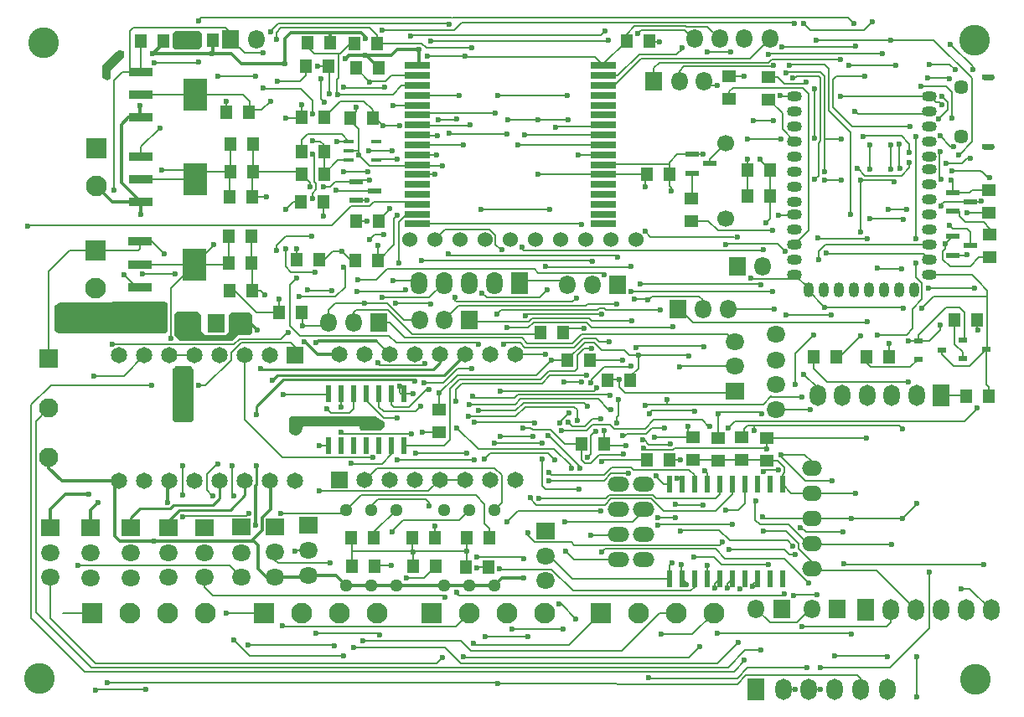
<source format=gbl>
G04*
G04 #@! TF.GenerationSoftware,Altium Limited,Altium Designer,18.1.6 (161)*
G04*
G04 Layer_Physical_Order=2*
G04 Layer_Color=16711680*
%FSTAX24Y24*%
%MOIN*%
G70*
G01*
G75*
%ADD13C,0.0080*%
%ADD23R,0.0500X0.0550*%
%ADD26R,0.0550X0.0500*%
%ADD27O,0.0800X0.0600*%
%ADD34O,0.0400X0.0600*%
%ADD35O,0.0600X0.0400*%
%ADD39R,0.0980X0.1260*%
%ADD40R,0.0980X0.0350*%
%ADD86C,0.0130*%
%ADD87C,0.0120*%
%ADD88C,0.0100*%
%ADD89C,0.0138*%
%ADD91C,0.0827*%
%ADD92R,0.0827X0.0827*%
%ADD93C,0.0570*%
%ADD94C,0.0240*%
%ADD95R,0.0827X0.0827*%
%ADD96O,0.0750X0.0650*%
%ADD97R,0.0750X0.0650*%
%ADD98O,0.0650X0.0750*%
%ADD99R,0.0650X0.0750*%
%ADD100C,0.1220*%
%ADD101C,0.0650*%
%ADD102R,0.0650X0.0650*%
%ADD103C,0.0600*%
%ADD104O,0.0860X0.0600*%
%ADD105C,0.0512*%
%ADD106C,0.0669*%
%ADD107O,0.0650X0.0900*%
%ADD108R,0.0650X0.0900*%
%ADD109O,0.0650X0.0850*%
%ADD110R,0.0650X0.0850*%
%ADD111O,0.0650X0.0850*%
%ADD112R,0.0650X0.0850*%
%ADD113C,0.0768*%
%ADD114R,0.0768X0.0768*%
%ADD115C,0.0236*%
%ADD116C,0.0240*%
%ADD117R,0.0520X0.0220*%
%ADD118R,0.0340X0.0220*%
%ADD119R,0.0445X0.0170*%
%ADD120R,0.1000X0.0256*%
%ADD121R,0.0210X0.0710*%
%ADD122R,0.0210X0.0670*%
%ADD123C,0.0110*%
G36*
X01418Y021343D02*
Y019263D01*
X014176Y019259D01*
X014281Y019154D01*
X014924D01*
X015025Y019263D01*
Y019317D01*
Y021243D01*
X014924Y021394D01*
X014313D01*
X014281Y021362D01*
X014185Y021266D01*
X01418Y021343D01*
D02*
G37*
G36*
X01893Y01945D02*
D01*
D02*
G37*
G36*
X018833Y019053D02*
X018833Y018807D01*
X01895Y018675D01*
X019123Y018643D01*
X019312Y018748D01*
X019397Y018986D01*
X021618Y018986D01*
X021675Y018847D01*
X022478Y018845D01*
X022623Y018959D01*
Y019176D01*
X022277Y019415D01*
X021559Y019415D01*
X0189Y019415D01*
X018833Y019328D01*
Y019053D01*
D02*
G37*
G36*
X009505Y023802D02*
Y022804D01*
X009677Y022691D01*
X013928D01*
X01399Y022801D01*
X013987Y023903D01*
X013928Y023937D01*
X013866Y023962D01*
X009722Y023937D01*
X009505Y023802D01*
D02*
G37*
G36*
X014259Y023435D02*
X014259Y022649D01*
X0145Y022408D01*
X016582D01*
X016811Y022637D01*
X017279D01*
X017363Y022721D01*
X017363Y02342D01*
X017259Y023524D01*
X016526D01*
X016429Y023428D01*
X016429Y02275D01*
X016296Y022637D01*
X016267D01*
X015492D01*
X015315Y022814D01*
Y023433D01*
X015195Y023553D01*
X014377D01*
X014259Y023435D01*
D02*
G37*
G36*
X012265Y033885D02*
Y033708D01*
X011745Y03313D01*
Y032845D01*
X01159Y032775D01*
X011385Y032865D01*
Y033335D01*
X011902Y033852D01*
X01206Y033955D01*
X012265Y033935D01*
Y033895D01*
Y033885D01*
D02*
G37*
G36*
X015245Y03399D02*
X015355Y0341D01*
Y03464D01*
X015244Y034735D01*
X0143D01*
X014195Y034615D01*
Y0341D01*
X01425Y03399D01*
X0143D01*
X014375D01*
X015245Y03399D01*
D02*
G37*
D13*
X025322Y03526D02*
X025325Y035263D01*
X041047D02*
X04128Y03503D01*
X025325Y035263D02*
X041047D01*
X038945Y035025D02*
Y035035D01*
X038905Y035075D02*
X038945Y035035D01*
X024175Y021435D02*
X02424Y0215D01*
X022445Y021435D02*
X024175D01*
X02424Y0215D02*
X024255Y021515D01*
X027917Y020258D02*
X031587D01*
X02496Y02073D02*
X02554Y02131D01*
X02418Y02073D02*
X02496D01*
X024405Y020485D02*
Y020555D01*
X02439Y02057D02*
X024405Y020555D01*
X01596Y0175D02*
X01598D01*
X01556Y0171D02*
X01596Y0175D01*
X015779Y01624D02*
X01579D01*
X01556Y016459D02*
X015779Y01624D01*
X022295Y022415D02*
X02283Y02188D01*
X019905Y022335D02*
X019985Y022415D01*
X0248Y02032D02*
X025515Y021035D01*
X03137Y01832D02*
X031445Y018245D01*
X02375Y014028D02*
X023765D01*
X021333D02*
X02375D01*
X020343Y018248D02*
X020375Y01828D01*
X02022Y02992D02*
Y03019D01*
X02006Y03035D02*
X02022Y03019D01*
X01979Y03035D02*
X02006D01*
X01832Y02621D02*
X01868Y02657D01*
X019715D01*
X023928Y031D02*
X023966Y030962D01*
X031357Y023696D02*
X031433Y02362D01*
X031159Y023696D02*
X031357D01*
X031103Y02364D02*
X031159Y023696D01*
X031433Y02362D02*
X033595D01*
X030762Y023298D02*
X03087Y02319D01*
X028487Y023298D02*
X030762D01*
X03087Y02319D02*
X032465D01*
X030865Y022942D02*
X034082D01*
X030669Y023138D02*
X030865Y022942D01*
X034082D02*
X03411Y02297D01*
X030709Y023865D02*
X031865D01*
X030644Y0238D02*
X030709Y023865D01*
X028519Y02364D02*
X031103D01*
X033084Y024054D02*
X03309Y02406D01*
X033095Y024045D02*
X0331Y02405D01*
X032428Y02437D02*
X03805D01*
X03761Y02463D02*
Y024634D01*
X037215Y024875D02*
X038756D01*
X032553Y024054D02*
X033084D01*
X03309Y02406D02*
X0331Y02405D01*
X01327Y02307D02*
X01343Y02323D01*
X01Y02321D02*
X01311D01*
X03085Y02074D02*
Y020868D01*
X03135Y021368D02*
X032398D01*
X03085Y020868D02*
X03135Y021368D01*
X032715Y0213D02*
Y021825D01*
X03241Y020995D02*
X032715Y0213D01*
X03241Y02083D02*
Y020995D01*
X04658Y02207D02*
Y02417D01*
X031337Y029435D02*
X03395D01*
X02798Y02481D02*
X0299D01*
X03489Y01766D02*
X03684D01*
X02158Y02978D02*
Y02997D01*
X023268Y0203D02*
X02376D01*
X01396Y01298D02*
X01402Y01304D01*
X03196Y020585D02*
Y02086D01*
Y020585D02*
X032197Y020348D01*
X03151Y02083D02*
X03154Y02086D01*
X03196D01*
X033355Y018575D02*
X034705D01*
Y019015D01*
X03334Y019253D02*
X035247D01*
X032999Y018912D02*
X03334Y019253D01*
X035247D02*
X03556Y01894D01*
X03439Y01488D02*
X035937D01*
X03158Y020251D02*
X031587Y020258D01*
X041955Y02136D02*
X043545D01*
X04179Y021525D02*
X041955Y02136D01*
X04179Y021525D02*
Y02177D01*
X044467Y02417D02*
X04658D01*
Y024411D01*
X0458Y02687D02*
X045934Y026736D01*
Y02619D02*
Y026736D01*
X04524Y02687D02*
X0458D01*
X0451Y02701D02*
X04524Y02687D01*
X022352Y02964D02*
X022357Y029635D01*
X02235Y02564D02*
X02237Y02562D01*
X04115Y02745D02*
X041172Y027472D01*
X04122Y030925D02*
X043515D01*
X040458Y031687D02*
X04122Y030925D01*
X040458Y031687D02*
Y032808D01*
X04059Y03294D02*
X04173D01*
X040458Y032808D02*
X04059Y03294D01*
X042755Y034378D02*
X044479D01*
X039857D02*
X042755D01*
X02824Y0234D02*
X028298Y023458D01*
X027263Y023638D02*
X028517D01*
X028453Y0238D02*
X030644D01*
X028451Y023798D02*
X028453Y0238D01*
X025578Y023798D02*
X028451D01*
X028387Y02396D02*
X03011D01*
X028385Y023958D02*
X028387Y02396D01*
X025492Y023958D02*
X028385D01*
X02668Y02412D02*
X02879D01*
X028357Y023168D02*
X028487Y023298D01*
X028553Y023138D02*
X030669D01*
X028335Y02292D02*
X028553Y023138D01*
X028345Y023168D02*
X028357D01*
X028339Y023162D02*
X028345Y023168D01*
X02465Y01343D02*
Y01344D01*
X024185Y012965D02*
X02465Y01343D01*
X023505Y012965D02*
X024185D01*
X026995Y015673D02*
X027285Y015963D01*
X033495Y01505D02*
X033545Y0151D01*
X03645D01*
X03737Y01528D02*
Y01606D01*
X03419Y01587D02*
X0353D01*
X033505Y01538D02*
X03419D01*
X033732Y015622D02*
X035782D01*
X03645Y01629D01*
X028383Y01616D02*
X028661Y015882D01*
X03348Y015874D02*
X033732Y015622D01*
X02768Y01095D02*
X02972D01*
X03343Y01699D02*
X03372Y0167D01*
X034742Y017273D02*
X03495Y017065D01*
X033326Y017273D02*
X034742D01*
X033323Y01727D02*
X033326Y017273D01*
X03343Y01699D02*
Y017035D01*
X032537Y01727D02*
X033323D01*
X029592Y018842D02*
X030665D01*
X031761Y018912D02*
X032999D01*
X033259Y018924D02*
X03377D01*
X03218Y01863D02*
X032258Y018708D01*
X032979D01*
X032982Y018705D02*
X03304D01*
X032979Y018708D02*
X032982Y018705D01*
X03304D02*
X033259Y018924D01*
X031605Y019068D02*
X031761Y018912D01*
X03288Y01847D02*
X03295D01*
X033138Y018282D01*
X036946Y018666D02*
Y018901D01*
X03707Y019025D01*
X037355D01*
X043105D01*
X037345Y019015D02*
X037355Y019025D01*
X037345Y018845D02*
Y019015D01*
X03629Y01894D02*
X036555Y019205D01*
X03684Y01856D02*
X036946Y018666D01*
X036555Y019205D02*
X045705D01*
X02392Y027055D02*
X03047D01*
X040138Y029138D02*
Y030445D01*
X040143Y03045D02*
X0408D01*
X040138Y030445D02*
X040143Y03045D01*
X040138Y030445D02*
Y032948D01*
X039976Y03311D02*
X040138Y032948D01*
X038953Y03311D02*
X039976D01*
X038951Y033108D02*
X038953Y03311D01*
X03991Y03295D02*
X039978Y032882D01*
X03902Y03295D02*
X03991D01*
X03894Y03287D02*
X03902Y03295D01*
X038628Y033108D02*
X038951D01*
X039299Y032629D02*
X03938Y03271D01*
X038541Y032629D02*
X039299D01*
X03826Y03291D02*
X038541Y032629D01*
X0379Y03291D02*
X03826D01*
X02018Y02855D02*
X020459D01*
X020659Y02875D01*
X021937Y029148D02*
X02195Y02916D01*
X02101Y025314D02*
X021026Y02533D01*
X01926Y02414D02*
X019282Y024162D01*
X011765Y022275D02*
X016643D01*
X018512Y022482D02*
X01874Y02271D01*
X01685Y022482D02*
X018512D01*
X019033Y022837D02*
X019255Y022615D01*
X019033Y022837D02*
Y022844D01*
X018894Y022983D02*
X019033Y022844D01*
X018887Y022983D02*
X018894D01*
X01886Y02301D02*
X018887Y022983D01*
X01869Y02537D02*
Y02607D01*
Y02537D02*
X018912Y025148D01*
X019842D01*
X029017Y025322D02*
X032382D01*
X03243Y02537D01*
X029045Y02535D02*
Y025363D01*
X029017Y025322D02*
X029045Y02535D01*
X024088Y025608D02*
X030772D01*
X02408Y0256D02*
X024088Y025608D01*
X030772D02*
X03086Y02552D01*
X028585Y02527D02*
X02874Y025115D01*
X038025Y033618D02*
X040751D01*
X04076Y033609D01*
X04428Y03217D02*
X044558Y031892D01*
X044274Y024485D02*
X044299Y02451D01*
X037887Y03348D02*
X038025Y033618D01*
X04242Y033822D02*
X042446Y033848D01*
X037898D02*
X042446D01*
X04242Y03382D02*
Y033822D01*
X02746Y03065D02*
X02747Y03066D01*
X02518Y03507D02*
X025185D01*
X02518Y03065D02*
X02746D01*
X02513Y03502D02*
X02518Y03507D01*
X016985Y03219D02*
X01725Y031925D01*
Y03159D02*
Y031925D01*
Y03159D02*
X01774D01*
X015095Y03219D02*
X016985D01*
X01645Y01347D02*
X01692Y013D01*
X01043Y01347D02*
X01645D01*
X0265Y0243D02*
X02668Y02412D01*
X02879D02*
X0291Y02443D01*
X03011Y02396D02*
X03025Y0241D01*
X0276Y023162D02*
X028339D01*
X0275Y02293D02*
X02751Y02292D01*
X043105Y019025D02*
X04324Y01889D01*
X022041Y03486D02*
X02232Y034581D01*
X018509Y03486D02*
X022041D01*
X018325Y034676D02*
X018509Y03486D01*
X020802Y033802D02*
X02083Y03383D01*
X020802Y032882D02*
Y033802D01*
X020865Y03383D02*
X021275Y03424D01*
X02083Y03383D02*
X020865D01*
X021275Y03424D02*
X02142D01*
X01983Y03383D02*
X02083D01*
X04281Y0288D02*
X04289Y02872D01*
X04311Y02931D02*
X04314Y02928D01*
X04311Y02931D02*
Y03025D01*
X044712Y029852D02*
X04478Y02992D01*
X044712Y028888D02*
Y029852D01*
X0331Y024045D02*
X033115D01*
X033095D02*
X0331D01*
X03303D02*
X033095D01*
X033115D02*
X033255Y024185D01*
X01959Y02441D02*
X02054D01*
X019565Y024435D02*
X01959Y02441D01*
X026168Y020142D02*
X027801D01*
X02612Y02019D02*
X026168Y020142D01*
X027801D02*
X027917Y020258D01*
X027253Y020418D02*
X030948D01*
X02723Y020395D02*
X027253Y020418D01*
X030948D02*
X03106Y02053D01*
X031122Y020098D02*
X03154Y01968D01*
X028046Y020098D02*
X031122D01*
X03154Y01968D02*
X031619D01*
X025711Y020715D02*
X028891D01*
X025581Y020875D02*
X028825D01*
X025515Y021035D02*
X028665D01*
X02547Y020474D02*
X025711Y020715D01*
X02522Y020514D02*
X025581Y020875D01*
X022362Y02964D02*
X02313D01*
X022357Y029635D02*
X022362Y02964D01*
X0256Y012255D02*
X038535D01*
X023511Y027449D02*
X02392D01*
X02319Y027128D02*
X023511Y027449D01*
X02319Y025515D02*
Y027128D01*
X02301Y027285D02*
X02313Y027405D01*
X02301Y02623D02*
Y027285D01*
X02313Y027405D02*
Y027406D01*
X02282Y02763D02*
Y027665D01*
X02239Y0272D02*
X02282Y02763D01*
X02239Y02716D02*
Y0272D01*
X023839Y027923D02*
X02392Y027843D01*
X022029Y027762D02*
X02219Y027923D01*
X023839D01*
X02341Y02438D02*
X02345Y02442D01*
X02153Y02438D02*
X02341D01*
X019282Y024162D02*
X020667D01*
X02105Y024545D01*
Y025274D01*
X02615Y01766D02*
X026185Y017695D01*
X02312Y01766D02*
X02615D01*
X02307D02*
X02312D01*
X022532Y017512D02*
X02291Y01789D01*
X021308Y017512D02*
X022532D01*
X02291Y01987D02*
X02301Y01977D01*
X02359D01*
X022591Y019589D02*
X023849D01*
X02101Y01871D02*
X02369D01*
X022602Y019351D02*
X023124D01*
X02191Y020044D02*
X022602Y019351D01*
X023215Y020353D02*
Y0206D01*
Y020353D02*
X023268Y0203D01*
X02291Y01789D02*
Y018245D01*
X02089Y01883D02*
X02101Y01871D01*
X02191Y020044D02*
Y020295D01*
X02089Y018778D02*
Y01883D01*
X02089Y01883D01*
X02291Y01987D02*
Y020295D01*
X02129Y01753D02*
X021308Y017512D01*
X02291Y020295D02*
Y0206D01*
X02359Y01977D02*
X02439Y02057D01*
X023849Y019589D02*
X02405Y01979D01*
X023093Y022335D02*
X02637D01*
X023443Y022522D02*
X028086D01*
X022845Y02312D02*
X023443Y022522D01*
X023715Y022682D02*
X028792D01*
X022767Y02363D02*
X023715Y022682D01*
X02976Y02077D02*
X03046D01*
X027828Y01988D02*
X028046Y020098D01*
X028147Y019938D02*
X030552D01*
X027836Y019627D02*
X028147Y019938D01*
X030162Y019778D02*
X03028Y01966D01*
X028214Y019778D02*
X030162D01*
X027831Y019395D02*
X028214Y019778D01*
X02598Y01988D02*
X027828D01*
X028825Y020875D02*
X029158Y021208D01*
X028665Y021035D02*
X02925Y02162D01*
X029206Y02103D02*
X03065D01*
X028891Y020715D02*
X029206Y02103D01*
X029158Y021208D02*
X030183D01*
X0296Y01917D02*
X02997Y01954D01*
X02993Y01916D02*
X030088Y019002D01*
X018385Y03502D02*
X02513D01*
X018087Y034722D02*
X018385Y03502D01*
X018087Y0347D02*
Y034722D01*
X018325Y03441D02*
Y034676D01*
X01927Y03274D02*
X01949Y03296D01*
X01835Y03274D02*
X01927D01*
X015328Y035258D02*
X025284D01*
X022533Y034768D02*
X025392D01*
X022525Y03476D02*
X022533Y034768D01*
X020531Y026991D02*
X021302Y027762D01*
X022029D01*
X02874Y025115D02*
X03128D01*
X03135Y025045D01*
X02517Y025802D02*
X031798D01*
X03189Y02571D01*
X022715Y02527D02*
X028585D01*
X028443Y01894D02*
X028515Y018868D01*
X038309Y027409D02*
X03889D01*
X03893Y027449D01*
X03858Y02343D02*
X038589Y023421D01*
X040403D01*
X038547Y025963D02*
Y025982D01*
X008431Y026991D02*
X020531D01*
X00842Y02698D02*
X008431Y026991D01*
X01368Y03087D02*
X013695D01*
X012935Y030125D02*
X01368Y03087D01*
X028735Y0312D02*
X02993D01*
X027535D02*
X028735D01*
X029415Y030927D02*
Y030967D01*
Y030915D02*
Y030927D01*
X031272D01*
X029375D02*
X029415D01*
X029375D02*
X029415Y030967D01*
X031272Y030927D02*
X031337Y030992D01*
X027525Y03121D02*
X027535Y0312D01*
X01861Y020265D02*
X018615Y02027D01*
X020385D02*
X02041Y020295D01*
X018615Y02027D02*
X020385D01*
X020038Y01642D02*
X02437D01*
X03545Y01294D02*
Y01347D01*
X03652Y00925D02*
X03697Y0097D01*
X024843Y00925D02*
X024843Y00925D01*
X010986Y00925D02*
X024843D01*
X010985Y00925D02*
X010986Y00925D01*
X01068Y00925D02*
X010985D01*
X00857Y01136D02*
X01068Y00925D01*
X024776Y00941D02*
X024777Y00941D01*
X011052Y00941D02*
X024776D01*
X011052Y00941D02*
X011052Y00941D01*
X01095Y00941D02*
X011052D01*
X00875Y01161D02*
X01095Y00941D01*
X03545Y013475D02*
Y01348D01*
X035455Y01347D02*
Y013475D01*
X03206Y01006D02*
X033575Y011575D01*
X02606Y01006D02*
X03206D01*
X035872Y009572D02*
X0367Y0104D01*
X025648Y009572D02*
X035872D01*
X03628Y00941D02*
X03696Y01009D01*
X024777Y00941D02*
X03628D01*
X024843Y00925D02*
X03652D01*
X01113Y0085D02*
X011155Y008525D01*
X01312D01*
X03472Y00981D02*
X03515Y01024D01*
X02577Y00981D02*
X03472D01*
X033142Y008985D02*
X036647D01*
X033115Y009012D02*
X033142Y008985D01*
X036647D02*
X037057Y009395D01*
X034645Y01269D02*
Y012715D01*
X03466Y01273D01*
X03445Y01294D02*
X03466Y01273D01*
X034812Y012452D02*
X03495Y01259D01*
X029268Y013315D02*
X030132Y012452D01*
X034812D01*
X03495Y01259D02*
Y01294D01*
X037011Y009095D02*
X041445D01*
X016395Y011575D02*
X017837D01*
X027215Y018595D02*
X02722Y0186D01*
X02853D01*
X029275Y017082D02*
X031362D01*
X029269Y017088D02*
X029275Y017082D01*
X029242Y017088D02*
X029269D01*
X02916Y01717D02*
X029242Y017088D01*
X030088Y019002D02*
X030599D01*
X02992Y02291D02*
X02993Y0229D01*
X030453Y022662D02*
X036278D01*
X030101Y02231D02*
X030453Y022662D01*
X036278D02*
X03656Y02238D01*
X030969Y022338D02*
X031277Y02203D01*
X0299Y021656D02*
X030582Y022338D01*
X030969D01*
X03249Y01521D02*
X032955Y015675D01*
X031158Y022375D02*
X03156D01*
X031035Y022498D02*
X031158Y022375D01*
X030516Y022498D02*
X031035D01*
X030167Y02215D02*
X030516Y022498D01*
X03215Y02203D02*
X03235Y02183D01*
X031277Y02203D02*
X03215D01*
X032398Y021368D02*
X03242Y02139D01*
X044007Y02371D02*
X044467Y02417D01*
X03948Y024392D02*
X040122Y02375D01*
X03948Y024392D02*
Y024449D01*
X043235Y02375D02*
X043275Y02371D01*
X040122Y02375D02*
X043235D01*
X039902Y025622D02*
Y025982D01*
X040152Y026232D01*
X044263D01*
X039492Y026811D02*
Y032238D01*
X03893Y026249D02*
X039492Y026811D01*
X039261Y032469D02*
X039492Y032238D01*
X043625Y02289D02*
Y023685D01*
X043383Y022648D02*
X043625Y02289D01*
X042215Y022648D02*
X043383D01*
X04376Y024936D02*
Y02551D01*
Y024936D02*
X04401Y024686D01*
X043753Y026482D02*
X04376Y026475D01*
X043753Y026482D02*
Y030525D01*
X04268Y02762D02*
X0427Y02764D01*
X0461Y02451D02*
X046135D01*
X044299D02*
X0461D01*
X045815Y02751D02*
X04667D01*
X04581Y027505D02*
X045815Y02751D01*
X044249Y02451D02*
X044274Y024485D01*
X04548Y0298D02*
X046Y03032D01*
X04546Y0298D02*
X04548D01*
X0398Y03437D02*
X039849D01*
X045142Y03015D02*
X04525D01*
X044739Y030553D02*
X045142Y03015D01*
X04428Y032149D02*
Y03217D01*
X044558Y031892D02*
X044708D01*
X040779Y032149D02*
X04428D01*
X044708Y031892D02*
X04479Y03181D01*
X04511Y03341D02*
X04532Y0332D01*
X04428Y03341D02*
X04511D01*
X033235Y034305D02*
X033565D01*
X03316Y03423D02*
X033235Y034305D01*
X031228Y034558D02*
X0314Y03473D01*
X025392Y034768D02*
X025704Y03508D01*
X023718Y034558D02*
X031228D01*
X022323Y034243D02*
X024108D01*
X02232Y03424D02*
X022323Y034243D01*
X011118Y00957D02*
X02471D01*
X00932Y011368D02*
Y01299D01*
Y011368D02*
X011118Y00957D01*
X010995Y011585D02*
X011Y01158D01*
X009845Y011585D02*
X010995D01*
X011865Y032775D02*
X012187Y033097D01*
X011865Y028415D02*
Y032775D01*
X03385Y019863D02*
X037683D01*
X032993D02*
X03385D01*
X033858Y019871D01*
Y02007D01*
X03805Y0268D02*
X03806Y02679D01*
X03588Y0268D02*
X03805D01*
X03423Y0338D02*
X03448Y03405D01*
X03275Y0338D02*
X03423D01*
X033955Y02944D02*
Y029515D01*
Y029035D02*
Y02944D01*
X03395Y029435D02*
X033955Y02944D01*
X017145Y015435D02*
X01723Y01552D01*
X014615Y015435D02*
X017145D01*
X01459Y01541D02*
X014615Y015435D01*
X032234Y01712D02*
X032264Y01709D01*
X028585Y019168D02*
X02861Y019143D01*
X026278Y019168D02*
X028585D01*
X02627Y01916D02*
X026278Y019168D01*
X02861Y019131D02*
Y019143D01*
X02813Y01893D02*
X02814Y01894D01*
X028443D01*
X02596Y019395D02*
X027831D01*
X02456Y01464D02*
X024645Y014725D01*
X01707Y019275D02*
Y02183D01*
Y019275D02*
X018577Y017768D01*
X022142D01*
X02235Y02153D02*
X022445Y021435D01*
X022331Y02153D02*
X02235D01*
X02479Y02033D02*
X0248Y02032D01*
X02479Y01969D02*
Y02033D01*
X026373Y022278D02*
Y022332D01*
X022528Y024128D02*
X02255Y02415D01*
X02184Y02389D02*
X022733D01*
X023403Y02322D01*
X02157Y02484D02*
X022285D01*
X022715Y02527D01*
X02462Y02642D02*
X02504Y02684D01*
X026794D01*
X018705Y031285D02*
X019295D01*
X01932Y03131D01*
X01177Y02228D02*
X01178D01*
X011765Y022275D02*
X01177Y02228D01*
X01547Y01261D02*
X0158Y01228D01*
X01547Y01261D02*
Y01299D01*
X0158Y01228D02*
X02497D01*
X01725Y00986D02*
X021005D01*
X016615Y010495D02*
X01725Y00986D01*
X024645Y014725D02*
Y01503D01*
X025601Y01528D02*
X025995Y015673D01*
X023377Y01528D02*
X025601D01*
X02294Y014843D02*
X023377Y01528D01*
X02375Y014028D02*
Y014057D01*
Y014013D02*
Y014028D01*
Y014013D02*
X023765Y014028D01*
X02375Y01344D02*
Y014013D01*
X02373Y014077D02*
X02375Y014057D01*
X02373Y014077D02*
Y01457D01*
X023765Y014028D02*
X025882D01*
X02133Y014025D02*
Y01456D01*
Y01343D02*
Y014025D01*
X021333Y014028D01*
X025882D02*
X02589Y01402D01*
X02131Y01458D02*
X02133Y01456D01*
X02132Y01342D02*
X02133Y01343D01*
X0146Y01741D02*
X014612Y017398D01*
X0266Y01513D02*
Y015915D01*
X026255Y01626D02*
X0266Y015915D01*
X021682Y01626D02*
X026255D01*
X0266Y01513D02*
X026782Y014948D01*
X036656Y00874D02*
X037011Y009095D01*
X02712Y00878D02*
X036656Y00874D01*
X020605Y0103D02*
X02062Y010285D01*
X01719Y0103D02*
X020605D01*
X037057Y009395D02*
X039435D01*
X04088Y01352D02*
X04091Y01349D01*
X04646D01*
X04273Y00941D02*
X044295Y010975D01*
Y013195D01*
X0438Y0159D02*
Y01593D01*
X04324Y01534D02*
X0438Y0159D01*
X04574Y02022D02*
X04576Y0202D01*
X044778Y02022D02*
X04574D01*
X044778D02*
X044798Y0202D01*
X043625Y023685D02*
X04401Y02407D01*
X040245Y02588D02*
X044049D01*
X04428Y025649D01*
X0427Y02764D02*
X04338D01*
X03495Y0167D02*
Y017065D01*
X032715Y021825D02*
X03272Y02183D01*
X03235D02*
X03272D01*
X03472D02*
X034745Y021805D01*
X03272Y02183D02*
X03472D01*
X03298Y01985D02*
X032993Y019863D01*
X026335Y019575D02*
Y019635D01*
X030552Y019938D02*
X03069Y0198D01*
X033Y01766D02*
X03302Y01764D01*
X032423Y017384D02*
X032537Y01727D01*
X031362Y017082D02*
X031664Y017384D01*
X032423D01*
X042946Y033361D02*
X042951Y033366D01*
X04109Y033361D02*
X042946D01*
X035465Y034915D02*
X03596Y03442D01*
X0274Y023162D02*
X027401Y023163D01*
X026028Y023162D02*
X0274D01*
X027599Y023163D02*
X0276Y023162D01*
X027401Y023163D02*
X027599D01*
X034953Y019627D02*
X03497Y01961D01*
X033267Y019627D02*
X034953D01*
X03315Y01951D02*
X033267Y019627D01*
X037683Y019863D02*
X03801Y02019D01*
X02636Y019635D02*
X026368Y019627D01*
X027836D01*
X02637Y022335D02*
X026373Y022332D01*
X02547Y01999D02*
Y020474D01*
X02522Y018471D02*
Y020514D01*
X02554Y02131D02*
X026095D01*
X038723Y01391D02*
X03895D01*
X038533Y0141D02*
X038723Y01391D01*
X03632Y0141D02*
X038533D01*
X037766Y01726D02*
X03828D01*
X037698Y017192D02*
X037766Y01726D01*
X033015Y018065D02*
X034082D01*
X03186Y019366D02*
X031942Y019448D01*
X03186Y01915D02*
Y019366D01*
X01977Y02983D02*
X01982Y02978D01*
X013455Y03347D02*
X0152D01*
X01205Y03383D02*
X012125D01*
X01159Y03337D02*
X01205Y03383D01*
X012483Y034723D02*
X01263Y03487D01*
X012483Y033097D02*
Y034723D01*
X01159Y032905D02*
Y03337D01*
X01982Y028745D02*
Y02978D01*
Y028745D02*
X019898Y028667D01*
X03041Y01732D02*
Y017397D01*
X035966Y019558D02*
X037552D01*
X035902Y019495D02*
X035966Y019558D01*
X037552D02*
X037615Y019495D01*
X01458Y0198D02*
X01459Y01981D01*
X01551Y020627D02*
X016525Y021642D01*
X015244Y020627D02*
X01551D01*
X00857Y01986D02*
X009355Y020645D01*
X013375D01*
X022142Y017768D02*
X02215Y01776D01*
X026286Y013805D02*
X028105D01*
X02241Y01977D02*
X022591Y019589D01*
X01311Y02321D02*
X01323Y02309D01*
X014115Y022513D02*
Y02449D01*
X015075Y02545D01*
X017525Y02353D02*
X01844D01*
X01698Y024075D02*
X017525Y02353D01*
X01698Y024075D02*
Y024079D01*
X016659Y0244D02*
X01698Y024079D01*
X01645Y0244D02*
X016659D01*
X016643Y022275D02*
X01685Y022482D01*
X016916Y022322D02*
X018913D01*
X016525Y021931D02*
X016916Y022322D01*
X016525Y021642D02*
Y021931D01*
X02124Y019542D02*
X02141Y019712D01*
X02034Y0197D02*
X020498Y019542D01*
X02124D01*
X04666Y0202D02*
Y02058D01*
X04656Y02068D02*
X04666Y02058D01*
X04656Y02068D02*
Y02207D01*
X01522Y03515D02*
X015328Y035258D01*
X034688Y035075D02*
X038905D01*
X034683Y03508D02*
X034688Y035075D01*
X025704Y03508D02*
X034683D01*
X01263Y03487D02*
X0163D01*
X02445Y03432D02*
X02446Y03433D01*
X024281Y03407D02*
X02609D01*
X024108Y034243D02*
X024281Y03407D01*
X0237Y03454D02*
X023718Y034558D01*
X03956Y03477D02*
X04171D01*
X04204Y0351D01*
X03931Y03502D02*
X03956Y03477D01*
X01323Y02309D02*
X01324Y0231D01*
X045188Y03126D02*
Y032304D01*
X044807Y03213D02*
X045028Y031909D01*
Y03161D02*
Y031909D01*
X044668Y03125D02*
X045028Y03161D01*
X04478Y03213D02*
X044807D01*
X04465Y03125D02*
X044668D01*
X02151Y02875D02*
X02157Y02881D01*
X02203D01*
X01737Y02814D02*
X01793D01*
X01923Y02913D02*
X01933Y02903D01*
X01738Y02913D02*
X01923D01*
X030601Y017542D02*
X030832D01*
X03116Y01787D01*
X03209D02*
X03212Y0179D01*
X03116Y01787D02*
X03209D01*
X031262Y017618D02*
X031304Y01766D01*
X032137D01*
X030462Y017681D02*
X030601Y017542D01*
X030462Y017681D02*
Y018292D01*
X03047Y0183D01*
X0307Y01778D02*
X030713D01*
X03084Y017907D01*
X03005Y01733D02*
Y01742D01*
X029377Y018093D02*
X03005Y01742D01*
X0289Y01664D02*
Y017685D01*
X031626Y01712D02*
X032234D01*
X031356Y01685D02*
X031626Y01712D01*
X02917Y01685D02*
X031356D01*
X02903Y01651D02*
X03035D01*
X0289Y01664D02*
X02903Y01651D01*
X031262Y01759D02*
Y017618D01*
X029127Y017933D02*
X0294Y01766D01*
X02889Y017695D02*
X0289Y017685D01*
X029229Y018868D02*
X029368Y018729D01*
X028515Y018868D02*
X029229D01*
X036518Y020348D02*
X03656Y02039D01*
X032197Y020348D02*
X036518D01*
X031942Y019448D02*
Y02006D01*
X028203Y02215D02*
X030167D01*
X028298Y02231D02*
X030101D01*
X02913Y01863D02*
X029177D01*
X03041Y017397D01*
X029368Y018727D02*
X029795Y0183D01*
X029368Y018727D02*
Y018729D01*
X026357Y018093D02*
X029377D01*
X026833Y017933D02*
X029127D01*
X028882Y018348D02*
X02889Y01834D01*
X027082Y018348D02*
X028882D01*
X029614Y01882D02*
X02966D01*
X029795Y0183D02*
X03047D01*
X029594Y01914D02*
X0296Y019146D01*
X032264Y01709D02*
X03232Y017146D01*
X0299Y02162D02*
Y021656D01*
X045228Y025815D02*
X045765D01*
X04579Y02584D01*
X02717Y03213D02*
X02721Y03217D01*
X0321Y01863D02*
X03218D01*
X03762Y01535D02*
X03962D01*
X04378Y00825D02*
X04379Y00826D01*
Y00983D01*
X0426Y00986D02*
X04262Y00984D01*
X04053Y00986D02*
X0426D01*
X01988Y01077D02*
X02236D01*
X02438Y01585D02*
Y01597D01*
X02425Y0161D02*
X02438Y01597D01*
X02237Y0161D02*
X02425D01*
X02456Y01464D02*
X02463Y01457D01*
X022095Y015825D02*
X02237Y0161D01*
X022095Y015673D02*
Y015825D01*
X021095Y015673D02*
X021682Y01626D01*
X029592Y018842D02*
X029614Y01882D01*
X03996Y00941D02*
X04273D01*
X03595Y01629D02*
Y0167D01*
X035808Y016148D02*
X03595Y01629D01*
X033432Y016148D02*
X035808D01*
X0333Y01628D02*
X033432Y016148D01*
X03156Y01628D02*
X0333D01*
X031428Y016148D02*
X03156Y01628D01*
X028788Y016148D02*
X031428D01*
X02876Y01612D02*
X028788Y016148D01*
X0266Y0177D02*
X026833Y017933D01*
X02551Y01894D02*
X026357Y018093D01*
X00927Y021697D02*
Y02517D01*
X01009Y02599D01*
X01114D01*
X012905Y026055D02*
Y026352D01*
X01284Y02599D02*
X012905Y026055D01*
X01114Y02599D02*
X01284D01*
X03363Y01072D02*
X034868D01*
X033575Y011575D02*
X034222D01*
X027938Y01564D02*
X03122D01*
X028661Y015882D02*
X031388D01*
X028383Y01616D02*
X02843D01*
X031262Y014D02*
X031382Y01412D01*
X030052Y014395D02*
X030167Y01428D01*
X03578Y01412D02*
X036162Y013738D01*
X031382Y01412D02*
X03578D01*
X03596Y01428D02*
X03606Y01438D01*
X030167Y01428D02*
X03596D01*
X03606Y01438D02*
Y01441D01*
X04569Y022445D02*
Y023545D01*
X04496Y02373D02*
X045505D01*
X043858Y022628D02*
X04496Y02373D01*
X043858Y022423D02*
Y022628D01*
X045505Y02373D02*
X04569Y023545D01*
X04473Y02284D02*
Y02305D01*
X044305Y022415D02*
X04473Y02284D01*
X04385Y022415D02*
X044305D01*
X0353Y02368D02*
Y02402D01*
X035135Y024185D02*
X0353Y02402D01*
X033255Y024185D02*
X035135D01*
X027105Y02348D02*
X027263Y023638D01*
X028517D02*
X028519Y02364D01*
X025Y02322D02*
X025578Y023798D01*
X028298Y023458D02*
X031258D01*
X02544Y02401D02*
Y02415D01*
Y02401D02*
X025492Y023958D01*
X02809Y02607D02*
X02817Y02599D01*
X02809Y02607D02*
Y02615D01*
X02392Y031386D02*
X023997Y031463D01*
X02598D01*
X025981Y031462D01*
X027026D01*
X027027Y031463D01*
X02392Y029024D02*
X024674D01*
X02463Y02904D02*
X024657D01*
X024674Y029024D01*
X03626Y01275D02*
X03645Y01294D01*
X03626Y01256D02*
Y01275D01*
X0271Y0088D02*
X02712Y00878D01*
X01159Y0088D02*
X0271D01*
X030183Y021208D02*
X03029Y021315D01*
X03028Y01924D02*
Y01966D01*
X03029Y021315D02*
Y02182D01*
X03394Y02904D02*
X03395Y02903D01*
X033955Y029035D01*
X03396Y028561D02*
X03402Y028501D01*
X03395Y02903D02*
X03396Y02902D01*
Y028561D02*
Y02902D01*
X03402Y02837D02*
Y028501D01*
X04509Y03285D02*
X04511D01*
X04507Y03287D02*
X04509Y03285D01*
X04506Y03286D02*
X04507Y03287D01*
X04423Y03286D02*
X04506D01*
X04076Y03213D02*
X040779Y032149D01*
X040298Y031582D02*
Y033232D01*
X039978Y030361D02*
Y032882D01*
X044479Y034378D02*
X046Y032857D01*
X044712Y028888D02*
X04475Y02885D01*
X044972Y03252D02*
X045188Y032304D01*
X04398Y03252D02*
X044972D01*
X041459Y03142D02*
X044151D01*
X04133Y031549D02*
X041459Y03142D01*
X044151D02*
X04428Y031549D01*
X03859Y03307D02*
X038628Y033108D01*
X036489Y032469D02*
X039261D01*
X03886Y03287D02*
X03894D01*
X038768Y033408D02*
X040122D01*
X03874Y03338D02*
X038768Y033408D01*
X03545Y0339D02*
X03641D01*
X038102Y033352D02*
Y033358D01*
X03807Y03332D02*
X038102Y033352D01*
X03355Y03348D02*
X037887D01*
X03452Y03332D02*
X03807D01*
X03634Y03232D02*
X036489Y032469D01*
X040122Y033408D02*
X040298Y033232D01*
X038378Y032158D02*
X03838D01*
X03842Y0341D02*
X04133D01*
X04135Y03412D01*
X034621Y034915D02*
X035465D01*
X034616Y03492D02*
X034621Y034915D01*
X02446Y03433D02*
X031512D01*
X03154Y034358D01*
X030891Y019068D02*
X031605D01*
X03135Y01883D02*
X03137Y01881D01*
X03099Y01879D02*
X03102D01*
X030907Y01931D02*
X03122D01*
X030665Y018842D02*
X030891Y019068D01*
X030599Y019002D02*
X030907Y01931D01*
X038756Y024875D02*
X03893Y025049D01*
X0372Y02489D02*
X037215Y024875D01*
X037592Y024652D02*
X03761Y024634D01*
X032808Y024652D02*
X037592D01*
X03279Y02467D02*
X032808Y024652D01*
X03779Y0271D02*
X03796Y02727D01*
Y02817D01*
X03731Y03117D02*
X03809D01*
X03985Y02648D02*
X04183D01*
X03756Y02961D02*
Y02965D01*
Y02961D02*
X03796Y02921D01*
X035297Y029835D02*
X035302Y02984D01*
X034858Y029835D02*
X035297D01*
X03974Y03046D02*
Y03245D01*
X040298Y031582D02*
X041172Y030708D01*
X04528Y03316D02*
X04532Y0332D01*
X046Y03032D02*
Y032857D01*
X04578Y02966D02*
X04594D01*
X04559Y02947D02*
X04578Y02966D01*
X04401Y02407D02*
Y024686D01*
X04656Y02207D02*
X04658D01*
X046217Y024817D02*
X04658Y024411D01*
X031626Y01612D02*
X033234D01*
X02783Y02188D02*
X02903D01*
X0308Y02162D02*
X03211D01*
X03029Y02182D02*
X03057Y0221D01*
X032137Y01766D02*
X032137Y01766D01*
X033D01*
X03931Y02107D02*
X039857Y020523D01*
Y02022D02*
Y020523D01*
X035302Y022198D02*
X03532Y02218D01*
X03267Y022198D02*
X035302D01*
X03262Y022148D02*
X03267Y022198D01*
X02517Y025802D02*
Y02587D01*
X02704Y02625D02*
X02725Y02604D01*
X02728D01*
X026794Y02684D02*
X02704Y026594D01*
Y02625D02*
Y026594D01*
X0296Y019146D02*
Y01917D01*
X03536Y01725D02*
X03545Y01716D01*
Y0167D02*
Y01716D01*
X03645Y0151D02*
X03646Y01509D01*
X03439Y01484D02*
Y01488D01*
X031193Y015667D02*
X03122Y01564D01*
X03302Y01764D02*
X03305Y01767D01*
X036162Y013738D02*
X038538D01*
X039098Y014123D02*
Y014329D01*
X0377Y01484D02*
X038587D01*
X039098Y014329D01*
X03886Y01423D02*
Y01425D01*
X038538Y013738D02*
X039506Y01277D01*
X03951D01*
X03895Y02066D02*
Y02189D01*
X03971Y02265D01*
X0399Y02562D02*
X039902Y025622D01*
X035937Y01488D02*
X036357Y01446D01*
X03865D01*
X03886Y01425D01*
X039098Y014123D02*
X03962Y013601D01*
Y01335D02*
Y013601D01*
X03017Y0137D02*
X03193D01*
X02984Y01403D02*
X03017Y0137D01*
X03756Y01509D02*
X038713D01*
X03917Y01497D02*
X0392D01*
X039453Y01435D02*
X03962D01*
X038713Y01509D02*
X039453Y01435D01*
X0392Y01497D02*
X03938Y01479D01*
X03737Y01528D02*
X03756Y01509D01*
X03938Y01479D02*
X04085D01*
X04088Y01352D02*
Y01353D01*
X04219Y01327D02*
X04377Y01169D01*
X0397Y01327D02*
X04219D01*
X03962Y01335D02*
X0397Y01327D01*
X03257Y03492D02*
X034616D01*
X03226Y03461D02*
X03257Y03492D01*
X03455Y03476D02*
X03489Y03442D01*
X03282Y03476D02*
X03455D01*
X03271Y03465D02*
X03282Y03476D01*
X03447Y03406D02*
X03448Y03405D01*
X032845Y03364D02*
X03717D01*
X03838Y032158D02*
X038389Y032149D01*
X03717Y03364D02*
X03795Y03442D01*
X039849Y03437D02*
X039857Y034378D01*
X039882Y030265D02*
X039978Y030361D01*
X039882Y028982D02*
Y030265D01*
X03974Y02884D02*
X039882Y028982D01*
X04012Y02912D02*
X040138Y029138D01*
X04014Y0288D02*
X0408D01*
X03985Y02648D02*
X03987Y0265D01*
X031911Y032961D02*
X03275Y0338D01*
X031772Y032567D02*
X032845Y03364D01*
X03334Y03327D02*
X03355Y03348D01*
X03435Y03315D02*
X03452Y03332D01*
X0201Y03203D02*
Y03283D01*
Y03203D02*
X02024Y03189D01*
X01995Y03332D02*
X02042D01*
X01955Y03411D02*
X01983Y03383D01*
X019898Y028421D02*
Y028667D01*
X01975Y028273D02*
X019898Y028421D01*
X01975Y02808D02*
Y028273D01*
X01966Y02852D02*
Y0287D01*
X01832Y026D02*
Y02621D01*
X042246Y0253D02*
X042276Y02527D01*
X03137Y01832D02*
Y01881D01*
Y0183D02*
Y01832D01*
X022813Y022615D02*
X023093Y022335D01*
X028792Y022682D02*
X02884Y02273D01*
X028086Y022522D02*
X028298Y02231D01*
X02751Y02292D02*
X028335D01*
X02993Y0229D02*
X03057D01*
X033138Y018282D02*
X033962D01*
X03399Y01831D01*
X03293Y01815D02*
X033015Y018065D01*
X034082D02*
X034167Y01815D01*
X03399Y01831D02*
Y01834D01*
X034167Y01815D02*
X03778D01*
X027285Y015963D02*
Y017068D01*
X027013Y01734D02*
X027285Y017068D01*
X03084Y017907D02*
Y01864D01*
X03099Y01879D01*
X03191Y01468D02*
X03193Y0147D01*
X03082Y01468D02*
X03191D01*
X03057Y0221D02*
X03087D01*
X028018Y022335D02*
X028203Y02215D01*
X02974Y02273D02*
X02992Y02291D01*
X023403Y02322D02*
X02402D01*
X023788Y024128D02*
X023796Y02412D01*
X02445Y02389D02*
X02447Y02387D01*
X022528Y024128D02*
X023788D01*
X0215Y02363D02*
X022767D01*
X02307Y02389D02*
X02445D01*
X024167Y024123D02*
X024413D01*
X024164Y02412D02*
X024167Y024123D01*
X023796Y02412D02*
X024164D01*
X024413Y024123D02*
X02498Y02469D01*
X02257Y03096D02*
X02322D01*
X02475Y0312D02*
X025485D01*
X026012Y030962D02*
X02604Y03099D01*
X023966Y030962D02*
X026012D01*
X025485Y0312D02*
X02551Y031225D01*
X02226Y03127D02*
X02257Y03096D01*
X02216Y03127D02*
X02226D01*
X02647Y02763D02*
X02918D01*
X027395Y022335D02*
X028018D01*
X02735Y02229D02*
X027395Y022335D01*
X02601Y02318D02*
X026028Y023162D01*
X022335Y01734D02*
X027013D01*
X03372Y0167D02*
X03395D01*
X03348Y015874D02*
Y015874D01*
X031388Y015882D02*
X031626Y01612D01*
X033234D02*
X03348Y015874D01*
X02239Y02561D02*
X02301Y02623D01*
X02295Y02479D02*
X02388D01*
X02398Y02469D01*
X021875Y01688D02*
X022335Y01734D01*
X02387Y01793D02*
X0259D01*
X02341Y018245D02*
X024505D01*
X02204Y02645D02*
X02224Y02665D01*
X02258D01*
X02199Y02996D02*
X02292D01*
X02235Y02564D02*
Y02621D01*
X02193Y02716D02*
X02194Y02717D01*
X02236Y02561D02*
X02239D01*
X019255Y022615D02*
X022813D01*
X02094Y02596D02*
X02129Y02561D01*
X02055Y02596D02*
X02094D01*
X028601Y014395D02*
X030052D01*
X03893Y025049D02*
X03948Y024499D01*
X026286Y013805D02*
X026291Y01381D01*
X02664Y01064D02*
X02832D01*
X029948Y0103D02*
X031222Y011575D01*
X02621Y0103D02*
X029948D01*
X02615Y01036D02*
X02621Y0103D01*
X02502Y0102D02*
X025648Y009572D01*
X02981Y01521D02*
X03249D01*
X020725Y028375D02*
X022216D01*
X02152Y02801D02*
X02194D01*
X03845Y0167D02*
Y017079D01*
X038528Y017157D01*
Y017382D01*
X03827Y01764D02*
X038528Y017382D01*
X03783Y01764D02*
X03827D01*
X03781Y01766D02*
X03783Y01764D01*
X03937Y01683D02*
X04042D01*
X0384Y0178D02*
X03937Y01683D01*
X04602Y03319D02*
Y03332D01*
X04513Y03421D02*
X04602Y03332D01*
X045705Y019205D02*
X04621Y01971D01*
Y01972D01*
X039005Y012315D02*
X03982D01*
X041172Y027472D02*
Y030708D01*
X04496Y02947D02*
X04559D01*
X043193Y028982D02*
X04351Y029299D01*
X041729Y028982D02*
X043193D01*
X04351Y029299D02*
Y02949D01*
X04348Y02991D02*
Y03024D01*
X04519Y02916D02*
X046348D01*
X04516Y02881D02*
X045218Y028752D01*
X04488Y02794D02*
X045924D01*
X04476Y02782D02*
X04488Y02794D01*
X03788Y03383D02*
X037898Y033848D01*
X04061Y02178D02*
X04074D01*
X04156Y0226D01*
Y02673D02*
Y0288D01*
X04281D01*
X04276Y02923D02*
X04277Y02924D01*
X041451Y02926D02*
X041729Y028982D01*
X04142Y02926D02*
X041451D01*
X04348Y03024D02*
X04349Y03025D01*
X04318Y03056D02*
X04349Y03025D01*
X04168Y03056D02*
X04318D01*
X04166Y03054D02*
X04168Y03056D01*
X04277Y02924D02*
Y03019D01*
X046348Y02916D02*
X046379Y029129D01*
X04194Y02923D02*
Y03019D01*
X046379Y029129D02*
X046385Y029135D01*
X04663Y02889D01*
X03707Y03043D02*
X03838D01*
X044263Y026232D02*
X04428Y026249D01*
X03706Y02921D02*
Y0296D01*
X03796Y02817D02*
Y02921D01*
X03706Y02817D02*
Y02921D01*
X03645Y01629D02*
Y0167D01*
X03695Y01595D02*
Y0167D01*
X03668Y01568D02*
X03695Y01595D01*
X0362Y01568D02*
X03668D01*
X03533Y03275D02*
X03552Y03256D01*
X03585D01*
X031337Y033354D02*
Y033427D01*
X03226Y03435D01*
X031445Y018245D02*
X03224D01*
X04265Y02765D02*
X04268Y02762D01*
X04476Y02776D02*
Y02782D01*
X042276Y02527D02*
X043184D01*
X04385Y022415D02*
X043858Y022423D01*
X04269Y02177D02*
Y0223D01*
X043545Y02136D02*
X04385Y021665D01*
X04479Y02187D02*
X04527Y02139D01*
X04588D01*
X04656Y02207D01*
X04479Y02187D02*
Y02204D01*
X04325Y02726D02*
X04326Y02725D01*
X04192Y02726D02*
X04325D01*
X043003Y02077D02*
X04347D01*
X04621Y02283D02*
X04622Y02282D01*
X04621Y02283D02*
Y02323D01*
X042998Y020775D02*
X043003Y02077D01*
X04347Y0224D02*
X043485Y022415D01*
X04385D01*
X034868Y01072D02*
X035722Y011575D01*
X02551Y012345D02*
X0256Y012255D01*
X037648Y015378D02*
Y015388D01*
X03762Y01535D02*
X037648Y015378D01*
X0374Y01602D02*
Y01603D01*
X03737Y01606D02*
X0374Y01603D01*
X03444Y01295D02*
Y0135D01*
Y01295D02*
X03445Y01294D01*
X038262Y026268D02*
X038547Y025982D01*
X036208Y026268D02*
X038262D01*
X038389Y032149D02*
X03893D01*
X0418Y02314D02*
X04183Y02317D01*
X03489Y02314D02*
X0418D01*
X03435Y02368D02*
X03489Y02314D01*
X03619Y02625D02*
X036208Y026268D01*
X03619Y02625D02*
X036218Y026222D01*
X03321Y02654D02*
X03654D01*
X03299Y02676D02*
X03321Y02654D01*
X02817Y02599D02*
X03765D01*
X03768Y02602D01*
X045924Y02794D02*
X04634D01*
X04636Y02796D01*
X04663Y02889D02*
X04668D01*
X02584Y03373D02*
X02586Y03371D01*
X030982D01*
X031337Y033354D01*
X03897Y01228D02*
X039005Y012315D01*
X03888Y01228D02*
X03897D01*
X038535Y012255D02*
Y012325D01*
X03923Y01104D02*
X03925Y01102D01*
X039039Y0112D02*
X039559Y01172D01*
X03962D01*
X03796Y0112D02*
X039039D01*
X03741Y01175D02*
X03796Y0112D01*
X03841Y01788D02*
X03934D01*
X03962Y0176D01*
X041445Y009095D02*
X04156Y00898D01*
X04118Y01534D02*
X04324D01*
X03963D02*
X04118D01*
X041153Y010777D02*
X04118Y01075D01*
X03585Y010777D02*
X041153D01*
X04259Y01102D02*
X04277Y0112D01*
X03925Y01102D02*
X04259D01*
X02497Y01228D02*
X02504Y01221D01*
X02551Y012345D02*
Y01241D01*
X03588Y01854D02*
X035902Y018562D01*
Y019495D01*
X03395Y01767D02*
X03441D01*
X03492Y01381D02*
X03573D01*
X03783Y0181D02*
Y01854D01*
Y0181D02*
X03784Y01809D01*
X03962Y01735D02*
Y0176D01*
X03693Y0097D02*
X03697D01*
X03696Y01009D02*
X0376D01*
X03576Y01275D02*
X03595Y01294D01*
X03576Y01257D02*
Y01275D01*
X03726Y01262D02*
Y01269D01*
X03745Y01288D01*
Y01294D01*
X03604Y0135D02*
X03791D01*
X03573Y01381D02*
X03604Y0135D01*
X02967Y01192D02*
X03024Y01135D01*
X02956Y01192D02*
X02967D01*
X03802Y02018D02*
X03922D01*
X03801Y02019D02*
X03802Y02018D01*
X03243Y025373D02*
X03248D01*
X03628Y02368D02*
X03812D01*
X03435Y03275D02*
Y03315D01*
X03226Y03435D02*
Y03461D01*
X045218Y028315D02*
X04589D01*
X045985Y02841D01*
X04667D01*
X03805Y02437D02*
X03813D01*
X03315Y03424D02*
X03316Y03423D01*
X03334Y03275D02*
Y03327D01*
X02101Y025314D02*
X02105Y025274D01*
X02392Y029417D02*
X023956Y029382D01*
X024938D01*
X03441Y0214D02*
X03656D01*
X03437Y02136D02*
X03441Y0214D01*
X02041Y02312D02*
Y02363D01*
X02067Y02389D01*
X02184D01*
X02129Y02561D02*
X02146D01*
X02004Y02564D02*
X02023D01*
X02055Y02596D01*
X02029Y023D02*
X02041Y02312D01*
X01935Y023D02*
X02029D01*
X01934Y02353D02*
X01935Y02352D01*
Y023D02*
Y02352D01*
X019842Y025148D02*
X01986Y02513D01*
X01886Y02463D02*
X01913Y0249D01*
X01924Y02416D02*
X01926Y02414D01*
X01924Y02416D02*
X01927Y02419D01*
X018913Y022322D02*
X01907Y022165D01*
X01886Y02301D02*
Y02463D01*
X01768Y0244D02*
X01785Y02423D01*
X01735Y0244D02*
X01768D01*
X02735Y02227D02*
Y02229D01*
X02241Y01977D02*
Y020295D01*
X02089Y01978D02*
X02091Y0198D01*
Y020295D01*
X024989Y01824D02*
X02522Y018471D01*
X024505Y018245D02*
X02451Y01824D01*
X024989D01*
X02141Y019712D02*
Y020295D01*
X0224Y02312D02*
X022845D01*
X03088Y02554D02*
Y02556D01*
X02479Y01969D02*
X02481Y01967D01*
X03009Y01294D02*
X03395D01*
X02919Y01384D02*
X03009Y01294D01*
X02434Y03372D02*
X02583D01*
X02584Y03373D01*
X01599Y03293D02*
X01745D01*
X01598Y03294D02*
X01599Y03293D01*
X02232Y03424D02*
Y034581D01*
X0163Y03487D02*
X01651Y03466D01*
X0152Y03347D02*
X01522Y03349D01*
X01377Y02919D02*
X014745D01*
X015105Y02883D01*
X02749Y015192D02*
X027938Y01564D01*
X03293Y0157D02*
X032955Y015675D01*
X02903Y01384D02*
X02919D01*
X027225Y013315D02*
X029268D01*
X0272Y01334D02*
X027225Y013315D01*
X028105Y013805D02*
X02817Y01374D01*
X02471Y00957D02*
X02494Y0098D01*
X03086Y02552D02*
X03088Y02554D01*
X03299Y02854D02*
X033Y02855D01*
X03489Y03442D02*
X03495D01*
X033044Y029024D02*
X03305Y02903D01*
X031337Y029024D02*
X033044D01*
X033Y02855D02*
Y02898D01*
X03299Y02676D02*
Y02678D01*
X02236Y02561D02*
X02237Y02562D01*
X0382Y01966D02*
X03957D01*
X025664Y010456D02*
X02606Y01006D01*
X021774Y010456D02*
X025664D01*
X02177Y01046D02*
X021774Y010456D01*
X0214Y0102D02*
X02502D01*
X02518Y03065D02*
X02519Y03066D01*
X02392Y032173D02*
X025607D01*
X02561Y03216D02*
Y03217D01*
X025607Y032173D02*
X02561Y03217D01*
X02747Y03066D02*
X0275Y03063D01*
X02793Y03021D02*
X027935Y030205D01*
X028726Y029024D02*
X031337D01*
X027935Y030205D02*
X031337D01*
X02821Y030598D02*
X031337D01*
X02721Y03217D02*
X02989D01*
X027135Y032165D02*
X02717Y03213D01*
X018699Y02764D02*
X018999Y02794D01*
X0193D01*
X02633Y0134D02*
X02675D01*
X02631Y01338D02*
X02633Y0134D01*
X024951Y01563D02*
X024995Y015673D01*
X02236Y01077D02*
X02242Y01071D01*
X018619Y011031D02*
X025449D01*
X01719Y0103D02*
X017238Y010252D01*
X01851Y01553D02*
X020952D01*
X021095Y015673D01*
X01906Y01403D02*
X01909Y01406D01*
X0196D01*
X020038Y018248D02*
X020343D01*
X020375Y01828D02*
X02041Y018245D01*
X01661Y01049D02*
X016615Y010495D01*
X01783Y03245D02*
X01928D01*
X01781Y03247D02*
X01783Y03245D01*
X01651Y03441D02*
Y03466D01*
Y03441D02*
X01705Y03387D01*
X01781D01*
X01933Y02903D02*
X01966Y0287D01*
X01914Y02564D02*
Y02607D01*
X02183Y01688D02*
X021875D01*
X025449Y011031D02*
X025449Y011031D01*
X025992Y011575D01*
X01838Y01357D02*
X02046D01*
X01827Y01368D02*
X01838Y01357D01*
X01827Y01399D02*
Y01407D01*
Y01368D02*
Y01399D01*
X023884Y029381D02*
X02392Y029417D01*
X022019Y029381D02*
X023884D01*
X02161Y02979D02*
X022019Y029381D01*
X02197Y02913D02*
Y02914D01*
X02195Y02916D02*
X02197Y02914D01*
X022308Y029596D02*
X022352Y02964D01*
X021003Y029148D02*
X021937D01*
X026782Y014567D02*
Y014948D01*
X02294Y0148D02*
Y014843D01*
X02392Y030992D02*
X023928Y031D01*
X023934Y030191D02*
X02576D01*
X01955Y03411D02*
Y03426D01*
X02042Y03332D02*
X02043Y03331D01*
Y03225D02*
Y03331D01*
X022592Y032462D02*
X02262Y03249D01*
X020659Y02875D02*
X02151D01*
X020732Y032812D02*
X020802Y032882D01*
X02151Y03152D02*
Y0317D01*
X02086Y03195D02*
X02181D01*
X02022Y03131D02*
X02086Y03195D01*
X02181D02*
X02216Y0316D01*
Y03127D02*
Y0316D01*
X02126Y03127D02*
X02151Y03152D01*
X020734Y030344D02*
X021212D01*
X02071Y02839D02*
X020725Y028375D01*
X02198Y02997D02*
X02199Y02996D01*
X02159Y02979D02*
X02161D01*
X02158Y02978D02*
X02159Y02979D01*
X012483Y033097D02*
X01292D01*
X012187D02*
X012483D01*
X03849Y00854D02*
X03893D01*
X03896Y00855D01*
X03995Y00854D02*
X03996Y00853D01*
X03949Y00854D02*
X03995D01*
X00875Y01161D02*
Y019209D01*
Y0116D02*
Y01161D01*
X00857Y01136D02*
Y01986D01*
X02151Y028D02*
X02152Y02801D01*
X021008Y032462D02*
X022592D01*
X02098Y03249D02*
X021008Y032462D01*
X021212Y02997D02*
X02158D01*
X02126Y03116D02*
Y03127D01*
Y03116D02*
X02158Y03084D01*
Y02997D02*
Y03084D01*
X020732Y032228D02*
Y032812D01*
Y032228D02*
X02075Y03221D01*
X02295D02*
X023307Y032567D01*
X02075Y03221D02*
X02295D01*
X022068Y032738D02*
X022668D01*
X022891Y032961D01*
X02204Y03271D02*
X022068Y032738D01*
X023307Y032567D02*
X02392D01*
X01932Y03131D02*
Y0318D01*
X01977Y03143D02*
Y03196D01*
X02148Y03327D02*
X02204Y03271D01*
X02023Y02903D02*
Y02905D01*
X020776Y029596D02*
X021212D01*
X02023Y02905D02*
X020776Y029596D01*
X02023Y02905D02*
Y02991D01*
X021187Y02957D02*
X021212Y029596D01*
X02149Y02716D02*
X02193D01*
X02589Y01344D02*
Y01402D01*
X025882Y01416D02*
Y014567D01*
X01547Y01299D02*
Y01307D01*
X020917Y03064D02*
X021212Y030344D01*
X01957Y03064D02*
X020917D01*
X01932Y03039D02*
X01957Y03064D01*
X01932Y02992D02*
Y03039D01*
X01977Y03037D02*
X01979Y03035D01*
X01928Y03245D02*
X01977Y03196D01*
X01633Y0315D02*
X01634Y03149D01*
X01633Y0315D02*
Y03192D01*
X01647Y02912D02*
X01648Y02913D01*
X01647Y02814D02*
Y02912D01*
X015105Y02883D02*
X015405Y02913D01*
X01648D01*
X01649Y02914D01*
Y03023D01*
X01738Y02913D02*
X01739Y02914D01*
X01737Y02912D02*
X01738Y02913D01*
X01739Y02914D02*
Y03023D01*
X01737Y02814D02*
Y02912D01*
X014612Y01628D02*
Y017398D01*
X01657Y01627D02*
Y01745D01*
X01227Y02504D02*
X012762Y024548D01*
X012905D01*
X0143Y02507D02*
X01431Y02506D01*
X01299Y02507D02*
X0143D01*
X012905Y02545D02*
X015075D01*
X013378Y026352D02*
X01386Y02587D01*
X012905Y026352D02*
X013378D01*
X015075Y02545D02*
X01584Y026215D01*
Y02623D01*
X01407Y02183D02*
X01507D01*
X02019Y02737D02*
X0202Y02738D01*
Y02794D01*
X01105Y02101D02*
X01225D01*
X01252Y01298D02*
Y01316D01*
X01657Y01627D02*
X016615Y016225D01*
X01556Y016459D02*
Y0171D01*
X0146Y01741D02*
X014612Y017422D01*
X01907Y02183D02*
Y022165D01*
X014035Y021865D02*
X01407Y02183D01*
X01324Y0231D02*
X01327Y02307D01*
X01732Y02549D02*
X01735Y02546D01*
Y0244D02*
Y02546D01*
X01844Y02353D02*
Y02408D01*
X02585Y0134D02*
X02589Y01344D01*
X02412Y01877D02*
X02481D01*
X01732Y02549D02*
X01733Y0255D01*
Y02657D01*
X01638Y02545D02*
X01642Y02549D01*
X015075Y02545D02*
X01638D01*
X01642Y02549D02*
X01643Y0255D01*
Y02657D01*
X01292Y033097D02*
Y03435D01*
X02297Y03178D02*
X02392D01*
X012935Y02883D02*
X015105D01*
X03557Y029642D02*
X03619Y030262D01*
X03557Y02946D02*
Y029642D01*
X033955Y029515D02*
X034275Y029835D01*
X034858D01*
X031337Y029417D02*
Y029435D01*
X040245Y020775D02*
X042998D01*
X03971Y02131D02*
X040245Y020775D01*
X03971Y02131D02*
Y02178D01*
X04591Y01255D02*
X04677Y01169D01*
X04556Y01255D02*
X04591D01*
X02832Y014676D02*
X028601Y014395D01*
X02832Y014676D02*
Y01477D01*
X045119Y02537D02*
X045927D01*
X044838Y025651D02*
X045119Y02537D01*
X045218Y028315D02*
Y028752D01*
X03962Y01535D02*
X03963Y01534D01*
X046277Y02572D02*
X04671D01*
X045927Y02537D02*
X046277Y02572D01*
X044838Y025651D02*
Y025979D01*
X04492Y026061D01*
Y02627D01*
X044933D01*
X045228Y026565D01*
X04269Y02177D02*
X04277Y02185D01*
X03783Y01854D02*
X04179D01*
X04601Y025049D02*
X046217Y024817D01*
X02392Y029811D02*
X024709D01*
X01225Y02101D02*
X01307Y02183D01*
X02392Y030598D02*
X023939Y03058D01*
X02472D01*
X02392Y030205D02*
X023934Y030191D01*
X02652Y02632D02*
X02662Y02642D01*
X03962Y01435D02*
X03967Y0143D01*
X04281D01*
X022891Y032961D02*
X02392D01*
X01774Y03159D02*
X01809Y03194D01*
X012925Y03219D02*
X015095D01*
X012935Y029732D02*
Y030125D01*
X01343Y02323D02*
X01358Y02308D01*
X02228Y01348D02*
X0229D01*
X02222Y01342D02*
X02228Y01348D01*
X03684Y01766D02*
X03781D01*
X02022Y02992D02*
X02023Y02991D01*
X03948Y024449D02*
Y024499D01*
X02925Y02162D02*
X0299D01*
X04548Y02736D02*
Y027565D01*
X02437Y01642D02*
X02483Y01688D01*
X04156Y00854D02*
Y00898D01*
X03429Y02368D02*
X03435D01*
X0388Y01635D02*
X03962D01*
X03845Y0167D02*
X0388Y01635D01*
X04428Y025049D02*
X04601D01*
X00875Y019209D02*
X00927Y019728D01*
X04562Y021695D02*
Y02196D01*
X04531Y02227D02*
X04562Y02196D01*
X04531Y02227D02*
Y02323D01*
X03395Y01348D02*
X03405Y01358D01*
X03395Y01294D02*
Y01348D01*
X02139Y02352D02*
X0215Y02363D01*
X02139Y02312D02*
Y02352D01*
X03551Y02717D02*
X03588Y0268D01*
X03484Y02717D02*
X03551D01*
X03962Y01635D02*
X04137D01*
X01949Y03296D02*
Y03335D01*
X04277Y0112D02*
Y01169D01*
X045218Y027565D02*
X04548D01*
Y02736D02*
X04572Y02712D01*
X04647D01*
X04671Y02688D01*
Y02662D02*
Y02688D01*
X031337Y032961D02*
X031911D01*
X03634Y03205D02*
Y03232D01*
X03034Y029811D02*
X031337D01*
X03634Y03295D02*
X03692D01*
X02221Y01458D02*
Y014788D01*
X023095Y015673D01*
X031337Y032567D02*
X031772D01*
X035564Y02946D02*
X03557D01*
X02798Y02469D02*
Y02481D01*
X0299Y02462D02*
Y02481D01*
X04562Y022445D02*
X04569D01*
X02483Y01688D02*
X02583D01*
X0379Y03201D02*
X03845Y03146D01*
Y030829D02*
Y03146D01*
Y030829D02*
X03893Y030349D01*
X03484Y02807D02*
X034858Y028088D01*
Y029085D01*
D23*
X01382Y03435D02*
D03*
X01292D02*
D03*
X01733Y02657D02*
D03*
X01643D02*
D03*
X01934Y02353D02*
D03*
X01844D02*
D03*
X01642Y02549D02*
D03*
X01732D02*
D03*
X04666Y0202D02*
D03*
X04576D02*
D03*
X03241Y02083D02*
D03*
X03151D02*
D03*
X03305Y02903D02*
D03*
X03395D02*
D03*
X02142Y03424D02*
D03*
X02232D02*
D03*
X01955Y03426D02*
D03*
X02045D02*
D03*
X02039Y03335D02*
D03*
X01949D02*
D03*
X0299Y02162D02*
D03*
X0308D02*
D03*
X03305Y01767D02*
D03*
X03395D02*
D03*
X01645Y0244D02*
D03*
X01735D02*
D03*
X02023Y02903D02*
D03*
X01933D02*
D03*
X02236Y02561D02*
D03*
X02146D02*
D03*
X01647Y02814D02*
D03*
X01737D02*
D03*
X01724Y03149D02*
D03*
X01634D02*
D03*
X01488Y03436D02*
D03*
X01578D02*
D03*
X01932Y02992D02*
D03*
X02022D02*
D03*
X02149Y02716D02*
D03*
X02239D02*
D03*
X02004Y02564D02*
D03*
X01914D02*
D03*
X01932Y03131D02*
D03*
X02022D02*
D03*
X02884Y02273D02*
D03*
X02974D02*
D03*
X0193Y02794D02*
D03*
X0202D02*
D03*
X03047Y0183D02*
D03*
X03137D02*
D03*
X02126Y03127D02*
D03*
X02216D02*
D03*
X03316Y03435D02*
D03*
X03226D02*
D03*
X04531Y02323D02*
D03*
X04621D02*
D03*
X03796Y02817D02*
D03*
X03706D02*
D03*
X03796Y02921D02*
D03*
X03706D02*
D03*
X01739Y03023D02*
D03*
X01649D02*
D03*
X02238Y03327D02*
D03*
X02148D02*
D03*
X01738Y02913D02*
D03*
X01648D02*
D03*
X02222Y01342D02*
D03*
X02132D02*
D03*
X026782Y014567D02*
D03*
X025882D02*
D03*
X02675Y0134D02*
D03*
X02585D02*
D03*
X02465Y01344D02*
D03*
X02375D02*
D03*
X02463Y01457D02*
D03*
X02373D02*
D03*
X02221Y01458D02*
D03*
X02131D02*
D03*
X04061Y02178D02*
D03*
X03971D02*
D03*
X04179Y02177D02*
D03*
X04269D02*
D03*
D26*
X03634Y03205D02*
D03*
Y03295D02*
D03*
X03588Y01854D02*
D03*
Y01764D02*
D03*
X03684Y01856D02*
D03*
Y01766D02*
D03*
X03783Y01854D02*
D03*
Y01764D02*
D03*
X04667Y02841D02*
D03*
Y02751D02*
D03*
X04671Y02662D02*
D03*
Y02572D02*
D03*
X02481Y01877D02*
D03*
Y01967D02*
D03*
X03484Y02807D02*
D03*
Y02717D02*
D03*
X03489Y01766D02*
D03*
Y01856D02*
D03*
X0379Y03201D02*
D03*
Y03291D02*
D03*
D27*
X03962Y01735D02*
D03*
Y01635D02*
D03*
Y01535D02*
D03*
Y01435D02*
D03*
Y01335D02*
D03*
D34*
X04368Y024449D02*
D03*
X04308D02*
D03*
X04248D02*
D03*
X04188D02*
D03*
X04128D02*
D03*
X04068D02*
D03*
X04008D02*
D03*
X03948D02*
D03*
D35*
X04428Y025049D02*
D03*
Y025649D02*
D03*
Y026249D02*
D03*
Y026849D02*
D03*
Y027449D02*
D03*
Y028049D02*
D03*
Y028649D02*
D03*
Y029249D02*
D03*
Y029749D02*
D03*
Y030349D02*
D03*
Y030949D02*
D03*
Y031549D02*
D03*
Y032149D02*
D03*
X03893Y025049D02*
D03*
Y025649D02*
D03*
Y026249D02*
D03*
Y026849D02*
D03*
Y027449D02*
D03*
Y027949D02*
D03*
Y028549D02*
D03*
Y029149D02*
D03*
Y029749D02*
D03*
Y030349D02*
D03*
Y030949D02*
D03*
Y031549D02*
D03*
Y032149D02*
D03*
D39*
X015075Y02545D02*
D03*
X015105Y02883D02*
D03*
X015095Y03219D02*
D03*
D40*
X012905Y024548D02*
D03*
Y02545D02*
D03*
Y026352D02*
D03*
X012935Y027928D02*
D03*
Y02883D02*
D03*
Y029732D02*
D03*
X012925Y031288D02*
D03*
Y03219D02*
D03*
Y033092D02*
D03*
D86*
X01399Y01597D02*
Y01675D01*
X01407Y01683D01*
X01093Y01568D02*
X01123Y01598D01*
X017755Y014875D02*
Y015383D01*
X01809Y015718D01*
X01733Y01445D02*
X017755Y014875D01*
X01291Y031373D02*
X01296Y031323D01*
X011169Y028571D02*
X01181Y02793D01*
X026995Y012673D02*
X027291Y01297D01*
X023095Y012673D02*
X026995D01*
X011905Y014635D02*
Y016665D01*
Y014635D02*
X01209Y01445D01*
X011905Y016665D02*
X01207Y01683D01*
X01209Y01445D02*
X01347D01*
X01809Y015718D02*
Y01681D01*
X0229Y033755D02*
X02314Y033995D01*
X021895Y033755D02*
X0229D01*
X027291Y01297D02*
X02815D01*
X021085Y03365D02*
X02119Y033755D01*
X02105Y03365D02*
X021085D01*
X02119Y033755D02*
X021873D01*
X021895D01*
X02314Y033995D02*
X024005D01*
X02392Y033354D02*
X024005Y033439D01*
Y033995D01*
X01291Y031373D02*
Y03178D01*
X012925Y031288D02*
X01296Y031323D01*
X021895Y033755D02*
X02238Y03327D01*
X01215Y028713D02*
X012933Y02793D01*
X012935Y027928D01*
X01181Y02793D02*
X012933D01*
X011169Y02856D02*
Y028571D01*
X01215Y028713D02*
Y031D01*
X012438Y031288D01*
X012925D01*
X0176Y01335D02*
Y01428D01*
X01743Y01445D02*
X0176Y01428D01*
X01733Y01445D02*
X01743D01*
X01347D02*
X01733D01*
X01807Y01683D02*
X01809Y01681D01*
X01953Y01301D02*
X0196Y01308D01*
X01827Y01301D02*
X01953D01*
X01794D02*
X01827D01*
X0176Y01335D02*
X01794Y01301D01*
X00979Y01683D02*
X01207D01*
X00927Y01735D02*
X00979Y01683D01*
X00927Y01735D02*
Y01776D01*
X012935Y027442D02*
Y027928D01*
X00992Y01631D02*
X01086D01*
X0196Y01308D02*
X01961Y01307D01*
X020698D01*
X021095Y012673D01*
X022095D02*
X023095D01*
X021095D02*
X022095D01*
X00932Y01571D02*
X00992Y01631D01*
X00932Y01498D02*
Y01571D01*
X01093Y01497D02*
Y01568D01*
D87*
X017497Y016628D02*
X01753Y016661D01*
X017497Y01506D02*
Y016628D01*
X019985Y022415D02*
X022295D01*
X01578Y03382D02*
Y03436D01*
X02045Y03468D02*
X021703D01*
X0189D02*
X02045D01*
X02187Y03444D02*
Y034513D01*
X021703Y03468D02*
X02187Y034513D01*
X01867Y03445D02*
X0189Y03468D01*
X01867Y03344D02*
Y03445D01*
X01692Y03344D02*
X01867D01*
X01654Y03382D02*
X01692Y03344D01*
X01578Y03382D02*
X01654D01*
X01577D02*
X01578D01*
X02045Y03426D02*
Y03468D01*
X01339Y03382D02*
X01577D01*
X01382Y03425D02*
Y03435D01*
X01339Y03382D02*
X01382Y03425D01*
D88*
X012882Y015722D02*
X014093D01*
X01252Y01536D02*
X012882Y015722D01*
X014233Y015862D02*
X015792D01*
X014093Y015722D02*
X014233Y015862D01*
X015792D02*
X01607Y01614D01*
X01815Y02083D02*
X018368Y021048D01*
X023654Y021255D02*
X024089D01*
X024093Y021252D01*
X024557D01*
X018368Y021048D02*
X024998D01*
X024557Y021252D02*
X02483Y021525D01*
X024998Y021048D02*
X02583Y02188D01*
X01768Y02129D02*
X017718Y021252D01*
X023651D02*
X023654Y021255D01*
X017718Y021252D02*
X023651D01*
X02384Y02079D02*
Y02085D01*
X023832Y020858D02*
X02384Y02085D01*
X017535Y019795D02*
X018598Y020858D01*
X017535Y01946D02*
Y019795D01*
X018598Y020858D02*
X023832D01*
X014463Y01568D02*
X01648D01*
X01402Y015237D02*
X014463Y01568D01*
X01402Y01503D02*
Y015237D01*
X01648Y01568D02*
X01707Y01627D01*
X02483Y021525D02*
Y02188D01*
X01435Y03428D02*
X01443Y03436D01*
X01488D01*
X01607Y01614D02*
Y01683D01*
X01707Y01627D02*
Y01683D01*
X01252Y01497D02*
Y01536D01*
D89*
X019445Y022365D02*
X019465D01*
X01995Y02188D01*
X01459Y01981D02*
Y020963D01*
X01995Y02188D02*
X02083D01*
X01731Y0231D02*
X01756Y02285D01*
X01695Y0231D02*
X01731D01*
D91*
X01114Y02449D02*
D03*
X032722Y011575D02*
D03*
X034222D02*
D03*
X035722D02*
D03*
X015505Y01158D02*
D03*
X014005D02*
D03*
X012505D02*
D03*
X022337Y011575D02*
D03*
X020837D02*
D03*
X019337D02*
D03*
X028992D02*
D03*
X027492D02*
D03*
X025992D02*
D03*
X011169Y02856D02*
D03*
D92*
X01114Y02599D02*
D03*
X011169Y03006D02*
D03*
D93*
X045577Y032502D02*
D03*
Y030533D02*
D03*
D94*
X046775Y032896D02*
D03*
X046505D02*
D03*
X046775Y03014D02*
D03*
X046505D02*
D03*
D95*
X031222Y011575D02*
D03*
X011005Y01158D02*
D03*
X017837Y011575D02*
D03*
X024492D02*
D03*
D96*
X02903Y01286D02*
D03*
Y01384D02*
D03*
X0382Y01966D02*
D03*
Y02067D02*
D03*
Y02165D02*
D03*
Y02266D02*
D03*
X01692Y01398D02*
D03*
Y013D02*
D03*
X01547Y01397D02*
D03*
Y01299D02*
D03*
X0196Y01406D02*
D03*
Y01308D02*
D03*
X01827Y01399D02*
D03*
Y01301D02*
D03*
X01093Y01396D02*
D03*
Y01298D02*
D03*
X00932Y01397D02*
D03*
Y01299D02*
D03*
X01402Y01397D02*
D03*
Y01299D02*
D03*
X01252Y01396D02*
D03*
Y01298D02*
D03*
X03656Y0214D02*
D03*
Y02238D02*
D03*
D97*
X02903Y01485D02*
D03*
X01692Y01499D02*
D03*
X01547Y01498D02*
D03*
X0196Y01507D02*
D03*
X01827Y015D02*
D03*
X01093Y01497D02*
D03*
X00932Y01498D02*
D03*
X01402D02*
D03*
X01252Y01497D02*
D03*
X03656Y02039D02*
D03*
D98*
X01695Y0231D02*
D03*
X01752Y03441D02*
D03*
X03795Y03442D02*
D03*
X03694D02*
D03*
X03596D02*
D03*
X03495D02*
D03*
X03767Y02537D02*
D03*
X03741Y01175D02*
D03*
X03962Y01172D02*
D03*
X03435Y03275D02*
D03*
X03533D02*
D03*
X0353Y02368D02*
D03*
X03628D02*
D03*
X01459Y02308D02*
D03*
X02139Y02312D02*
D03*
X02041D02*
D03*
X025Y02322D02*
D03*
X02402D02*
D03*
X0299Y02462D02*
D03*
X03088D02*
D03*
D99*
X01594Y0231D02*
D03*
X01651Y03441D02*
D03*
X03666Y02537D02*
D03*
X03842Y01175D02*
D03*
X04063Y01172D02*
D03*
X03334Y03275D02*
D03*
X03429Y02368D02*
D03*
X01358Y02308D02*
D03*
X0224Y02312D02*
D03*
X02601Y02322D02*
D03*
X03189Y02462D02*
D03*
D100*
X00906Y03427D02*
D03*
X0461Y03436D02*
D03*
X04612Y00894D02*
D03*
X00891Y00897D02*
D03*
D101*
X02783Y02188D02*
D03*
X02683D02*
D03*
X02583D02*
D03*
X02483D02*
D03*
X02083D02*
D03*
X02183D02*
D03*
X02283D02*
D03*
X02183Y01688D02*
D03*
X02283D02*
D03*
X02783D02*
D03*
X02683D02*
D03*
X02583D02*
D03*
X02483D02*
D03*
X02383Y02188D02*
D03*
Y01688D02*
D03*
X01207Y01683D02*
D03*
X01307D02*
D03*
X01407D02*
D03*
X01507D02*
D03*
X01907D02*
D03*
X01807D02*
D03*
X01707D02*
D03*
X01807Y02183D02*
D03*
X01707D02*
D03*
X01207D02*
D03*
X01307D02*
D03*
X01407D02*
D03*
X01507D02*
D03*
X01607Y01683D02*
D03*
Y02183D02*
D03*
D102*
X02083Y01688D02*
D03*
X01907Y02183D02*
D03*
D103*
X02362Y02642D02*
D03*
X02462D02*
D03*
X02562D02*
D03*
X02662D02*
D03*
X02762D02*
D03*
X02862D02*
D03*
X02962D02*
D03*
X03062D02*
D03*
X03162D02*
D03*
X03262D02*
D03*
D104*
X03193Y0147D02*
D03*
Y0137D02*
D03*
X03293Y0167D02*
D03*
Y0157D02*
D03*
Y0147D02*
D03*
Y0137D02*
D03*
X03193Y0157D02*
D03*
Y0167D02*
D03*
D105*
X024995Y012675D02*
D03*
X025995D02*
D03*
X026995D02*
D03*
Y015675D02*
D03*
X025995D02*
D03*
X024995D02*
D03*
X021095Y012673D02*
D03*
X022095D02*
D03*
X023095D02*
D03*
Y015673D02*
D03*
X022095D02*
D03*
X021095D02*
D03*
D106*
X03619Y030262D02*
D03*
Y02727D02*
D03*
D107*
X02398Y02469D02*
D03*
X02698D02*
D03*
X02598D02*
D03*
X02498D02*
D03*
D108*
X02798D02*
D03*
D109*
X04577Y01169D02*
D03*
X04277D02*
D03*
X04377D02*
D03*
X04477D02*
D03*
X04677D02*
D03*
D110*
X04177D02*
D03*
D111*
X039857Y02022D02*
D03*
X040841D02*
D03*
X041826D02*
D03*
X04281D02*
D03*
X043794D02*
D03*
X03849Y00854D02*
D03*
X03949D02*
D03*
X04054D02*
D03*
X04156D02*
D03*
X04262D02*
D03*
D112*
X044778Y02022D02*
D03*
X03739Y00854D02*
D03*
D113*
X00927Y019728D02*
D03*
Y01776D02*
D03*
D114*
Y021697D02*
D03*
D115*
X038945Y035025D02*
D03*
X01399Y01597D02*
D03*
X01124D02*
D03*
X02424Y0215D02*
D03*
X02418Y02073D02*
D03*
X024405Y020485D02*
D03*
X02384Y02079D02*
D03*
X01598Y0175D02*
D03*
X01579Y01624D02*
D03*
X017497Y01506D02*
D03*
X019715Y02657D02*
D03*
X033595Y02362D02*
D03*
X032465Y02319D02*
D03*
X031865Y023865D02*
D03*
X032428Y02437D02*
D03*
X03761Y02463D02*
D03*
X032553Y024054D02*
D03*
X031258Y023458D02*
D03*
X03196Y02086D02*
D03*
X033355Y018575D02*
D03*
X034705Y019015D02*
D03*
X03158Y020251D02*
D03*
X042755Y034378D02*
D03*
X02824Y0234D02*
D03*
X023505Y012965D02*
D03*
X033495Y01506D02*
D03*
X03419Y01538D02*
D03*
X033505D02*
D03*
X02972Y01095D02*
D03*
X03343Y017035D02*
D03*
X03288Y01847D02*
D03*
X037345Y018845D02*
D03*
X02018Y02855D02*
D03*
X03938Y03271D02*
D03*
X018795Y022745D02*
D03*
X029045Y025363D02*
D03*
X02815Y01297D02*
D03*
X016315Y01158D02*
D03*
X01043Y01347D02*
D03*
X04289Y02872D02*
D03*
X04474Y02992D02*
D03*
X0331Y024045D02*
D03*
X019565Y024435D02*
D03*
X03106Y02053D02*
D03*
X02723Y020395D02*
D03*
X02322Y03096D02*
D03*
X02313Y02964D02*
D03*
Y027405D02*
D03*
X02282Y027665D02*
D03*
X0262Y019155D02*
D03*
X023215Y0206D02*
D03*
X02376Y0203D02*
D03*
X02405Y01979D02*
D03*
X023124Y019351D02*
D03*
X02976Y02077D02*
D03*
X02997Y01954D02*
D03*
X02993Y01916D02*
D03*
X018087Y0347D02*
D03*
X018325Y03441D02*
D03*
X01867Y03344D02*
D03*
X022525Y03476D02*
D03*
X01793Y02814D02*
D03*
X03135Y025045D02*
D03*
X038309Y027409D02*
D03*
X038547Y025963D02*
D03*
X00842Y02698D02*
D03*
X013695Y03087D02*
D03*
X028735Y0312D02*
D03*
X02993D02*
D03*
X029415Y030915D02*
D03*
X027525Y03121D02*
D03*
X01861Y020265D02*
D03*
X019905Y022335D02*
D03*
X019445Y022365D02*
D03*
X020038Y01642D02*
D03*
X035455Y01347D02*
D03*
X01312Y008525D02*
D03*
X033115Y009012D02*
D03*
X034645Y01269D02*
D03*
X02853Y0186D02*
D03*
X027215Y018595D02*
D03*
X03156Y022375D02*
D03*
X03242Y02139D02*
D03*
X044007Y02371D02*
D03*
X043275D02*
D03*
X040122Y02375D02*
D03*
X04376Y02551D02*
D03*
Y026475D02*
D03*
X04581Y027505D02*
D03*
X0461Y02451D02*
D03*
X04546Y0298D02*
D03*
X033565Y034305D02*
D03*
X0314Y03473D02*
D03*
X011865Y028415D02*
D03*
X03806Y02679D02*
D03*
X01723Y01552D02*
D03*
X01459Y01541D02*
D03*
X02861Y019126D02*
D03*
X02813Y01893D02*
D03*
X02596Y019395D02*
D03*
X017535Y01946D02*
D03*
X02235Y02153D02*
D03*
X02479Y02033D02*
D03*
X026373Y022278D02*
D03*
X022528Y024128D02*
D03*
X02094Y02596D02*
D03*
X018705Y031285D02*
D03*
X01178Y02228D02*
D03*
X021005Y00986D02*
D03*
X024645Y01503D02*
D03*
X02375Y014013D02*
D03*
X02062Y010285D02*
D03*
X039435Y009395D02*
D03*
X044295Y013195D02*
D03*
X04021Y0259D02*
D03*
X04338Y02764D02*
D03*
X034745Y021805D02*
D03*
X03272Y02183D02*
D03*
X03375Y018919D02*
D03*
X03497Y01961D02*
D03*
X02636Y019635D02*
D03*
X02598Y01988D02*
D03*
X02612Y02019D02*
D03*
X02547Y01999D02*
D03*
X026105Y02131D02*
D03*
X013455Y03347D02*
D03*
X012125Y03383D02*
D03*
X01159Y032905D02*
D03*
X01436Y034565D02*
D03*
X01435Y03428D02*
D03*
X014317Y020962D02*
D03*
X01486Y02097D02*
D03*
X014597Y019289D02*
D03*
X014595Y01954D02*
D03*
X01458Y0198D02*
D03*
X015244Y020627D02*
D03*
X013375Y020645D02*
D03*
X0191Y018796D02*
D03*
X019094Y01929D02*
D03*
X019104Y019051D02*
D03*
X021823Y018983D02*
D03*
X02089Y018778D02*
D03*
X013252Y023607D02*
D03*
X013842Y023616D02*
D03*
X013533Y023616D02*
D03*
X014115Y022513D02*
D03*
X022401Y018972D02*
D03*
X022107Y018979D02*
D03*
X02518Y03501D02*
D03*
X01522Y03515D02*
D03*
X02445Y03432D02*
D03*
X04128Y03503D02*
D03*
X03931Y03502D02*
D03*
X00966Y0232D02*
D03*
X01Y02321D02*
D03*
X01028Y02354D02*
D03*
X00967Y02352D02*
D03*
X00998Y02354D02*
D03*
X0103Y02319D02*
D03*
X04525Y03015D02*
D03*
X045188Y03126D02*
D03*
X04479Y03181D02*
D03*
X04478Y03213D02*
D03*
X04465Y03125D02*
D03*
X02203Y02881D02*
D03*
X04204Y0351D02*
D03*
X03212Y0179D02*
D03*
X0307Y01778D02*
D03*
X03041Y01732D02*
D03*
X03005Y01733D02*
D03*
X02916Y01717D02*
D03*
X02917Y01685D02*
D03*
X03035Y01651D02*
D03*
X031262Y01759D02*
D03*
X0294Y01766D02*
D03*
X02889Y017695D02*
D03*
X031942Y02006D02*
D03*
X02913Y01863D02*
D03*
X02889Y01834D02*
D03*
X02966Y01882D02*
D03*
X029594Y01914D02*
D03*
X04579Y02584D02*
D03*
X03046Y02077D02*
D03*
X03186Y01915D02*
D03*
X031619Y01968D02*
D03*
X0321Y01863D02*
D03*
X04378Y00825D02*
D03*
X04379Y00983D02*
D03*
X04262Y00984D02*
D03*
X04053Y00986D02*
D03*
X03706Y02964D02*
D03*
X01988Y01077D02*
D03*
X02438Y01585D02*
D03*
X03232Y017146D02*
D03*
X027012Y018348D02*
D03*
X03065Y02103D02*
D03*
X03082Y02074D02*
D03*
X03363Y01072D02*
D03*
X02876Y01612D02*
D03*
X02843Y01616D02*
D03*
X03606Y01441D02*
D03*
X03025Y0241D02*
D03*
X027027Y031463D02*
D03*
X02463Y02904D02*
D03*
X03626Y01256D02*
D03*
X01113Y0085D02*
D03*
X02712Y00878D02*
D03*
X01159Y0088D02*
D03*
X03069Y0198D02*
D03*
X03402Y02837D02*
D03*
X04511Y03285D02*
D03*
X04423Y03286D02*
D03*
X04428Y03341D02*
D03*
X04076Y03213D02*
D03*
X04109Y033361D02*
D03*
X04076Y033609D02*
D03*
X04173Y03294D02*
D03*
X043515Y030925D02*
D03*
X043753Y030525D02*
D03*
X04244Y03382D02*
D03*
X042951Y033366D02*
D03*
X044739Y030553D02*
D03*
X04475Y02885D02*
D03*
X04396Y03252D02*
D03*
X03886Y03287D02*
D03*
X03874Y03338D02*
D03*
X03859Y03307D02*
D03*
X03641Y0339D02*
D03*
X03545D02*
D03*
X038102Y033358D02*
D03*
X03788Y03381D02*
D03*
X038378Y032158D02*
D03*
X03842Y0341D02*
D03*
X03154Y034358D02*
D03*
X02609Y03407D02*
D03*
X02366Y03453D02*
D03*
X03135Y01883D02*
D03*
X03102Y01879D02*
D03*
X03122Y01931D02*
D03*
X0372Y02489D02*
D03*
X03779Y0271D02*
D03*
X03731Y03117D02*
D03*
X03809D02*
D03*
X03756Y02965D02*
D03*
X035302Y02984D02*
D03*
X03974Y03245D02*
D03*
X04532Y0332D02*
D03*
X04594Y02966D02*
D03*
X044249Y02451D02*
D03*
X02903Y02188D02*
D03*
X03211Y02162D02*
D03*
X03931Y02107D02*
D03*
X03532Y02218D02*
D03*
X03262Y022148D02*
D03*
X02728Y02604D02*
D03*
X03536Y01725D02*
D03*
X03646Y01509D02*
D03*
X03439Y01484D02*
D03*
X03122Y01564D02*
D03*
X03632Y0141D02*
D03*
X03886Y01423D02*
D03*
X03895Y01391D02*
D03*
X03951Y01277D02*
D03*
X03895Y02066D02*
D03*
X03971Y02265D02*
D03*
X0399Y02562D02*
D03*
X031262Y014D02*
D03*
X03917Y01497D02*
D03*
X0377Y01484D02*
D03*
X04085Y01479D02*
D03*
X04088Y01353D02*
D03*
X04646Y01349D02*
D03*
X03447Y03406D02*
D03*
X04135Y03413D02*
D03*
X0398Y03437D02*
D03*
X03974Y03046D02*
D03*
X04014Y0288D02*
D03*
X03974Y02884D02*
D03*
X03987Y0265D02*
D03*
X0201Y03283D02*
D03*
X01995Y03332D02*
D03*
X02024Y03189D02*
D03*
X01977Y02983D02*
D03*
X01966Y02852D02*
D03*
X01975Y02808D02*
D03*
X01832Y026D02*
D03*
X042246Y0253D02*
D03*
X03057Y0229D02*
D03*
X03411Y02297D02*
D03*
X03399Y01831D02*
D03*
X03028Y01924D02*
D03*
X03082Y01468D02*
D03*
X03087Y0221D02*
D03*
X02307Y02389D02*
D03*
X02345Y02442D02*
D03*
X02447Y02387D02*
D03*
X02475Y0312D02*
D03*
X02551Y031225D02*
D03*
X02647Y02763D02*
D03*
X02257Y03096D02*
D03*
X02918Y02763D02*
D03*
X02809Y02615D02*
D03*
X0275Y022925D02*
D03*
X027105Y02348D02*
D03*
X0265Y0243D02*
D03*
X026195Y01767D02*
D03*
X03426Y01692D02*
D03*
X02295Y02479D02*
D03*
X02319Y025515D02*
D03*
X02551Y01894D02*
D03*
X02312Y01766D02*
D03*
X02387Y01793D02*
D03*
X02204Y02645D02*
D03*
X02258Y02665D02*
D03*
X02292Y02996D02*
D03*
X02235Y02621D02*
D03*
X02194Y02717D02*
D03*
X02153Y02438D02*
D03*
X02157Y02484D02*
D03*
X02101Y02533D02*
D03*
X03419Y0159D02*
D03*
X0353Y01587D02*
D03*
X026291Y01381D02*
D03*
X02664Y01064D02*
D03*
X02981Y01521D02*
D03*
X02194Y02801D02*
D03*
X04602Y03319D02*
D03*
X03556Y01899D02*
D03*
X03629Y01894D02*
D03*
X037615Y019495D02*
D03*
X04621Y01972D02*
D03*
X03996Y00941D02*
D03*
X03982Y012315D02*
D03*
X04012Y02912D02*
D03*
X0408Y03045D02*
D03*
X04133Y031549D02*
D03*
X04496Y02947D02*
D03*
X04312Y02926D02*
D03*
X04351Y02949D02*
D03*
X04348Y02991D02*
D03*
X04311Y03025D02*
D03*
X04519Y02916D02*
D03*
X04516Y02881D02*
D03*
X04156Y0226D02*
D03*
Y02673D02*
D03*
X04276Y02923D02*
D03*
X04156Y0288D02*
D03*
X04142Y02926D02*
D03*
X04166Y03054D02*
D03*
X04277Y03019D02*
D03*
X04194Y02923D02*
D03*
Y03019D02*
D03*
X03838Y03043D02*
D03*
X03706Y03042D02*
D03*
X0266Y0177D02*
D03*
X033858Y02007D02*
D03*
X03298Y01985D02*
D03*
X03315Y01951D02*
D03*
X03585Y03256D02*
D03*
X03224Y018245D02*
D03*
X04476Y02776D02*
D03*
X04265Y02765D02*
D03*
X04324Y01889D02*
D03*
X0438Y01593D02*
D03*
X042215Y022648D02*
D03*
X04271Y02231D02*
D03*
X0408Y0288D02*
D03*
X04192Y02726D02*
D03*
X01768Y02129D02*
D03*
X04347Y02077D02*
D03*
X04622Y02282D02*
D03*
X04347Y0224D02*
D03*
X037648Y015388D02*
D03*
X0374Y01602D02*
D03*
X03444Y0135D02*
D03*
X03858Y02343D02*
D03*
X040403Y023421D02*
D03*
X036655Y02654D02*
D03*
X03619Y02625D02*
D03*
X04636Y02796D02*
D03*
X04668Y02889D02*
D03*
X03888Y01228D02*
D03*
X038535Y012325D02*
D03*
X03923Y01104D02*
D03*
X03841Y01788D02*
D03*
X0362Y01568D02*
D03*
X04118Y01534D02*
D03*
Y01075D02*
D03*
X03585Y010777D02*
D03*
X02504Y01221D02*
D03*
X02551Y01241D02*
D03*
X035902Y019495D02*
D03*
X03441Y01767D02*
D03*
X03492Y01381D02*
D03*
X03293Y01815D02*
D03*
X03784Y01809D02*
D03*
X037698Y017192D02*
D03*
X03828Y01726D02*
D03*
X04042Y01683D02*
D03*
X03693Y0097D02*
D03*
X0376Y01009D02*
D03*
X0367Y0104D02*
D03*
X03576Y01257D02*
D03*
X03515Y01024D02*
D03*
X03726Y01262D02*
D03*
X03791Y0135D02*
D03*
X03676Y01253D02*
D03*
X03024Y01135D02*
D03*
X02956Y01192D02*
D03*
X03922Y02018D02*
D03*
X03047Y02705D02*
D03*
X03279Y02467D02*
D03*
X032428Y025372D02*
D03*
X03812Y02368D02*
D03*
X0259Y01793D02*
D03*
X03271Y03465D02*
D03*
X03805Y02437D02*
D03*
X024938Y029382D02*
D03*
X03437Y02136D02*
D03*
X02184Y02389D02*
D03*
X01935Y023D02*
D03*
X01986Y02513D02*
D03*
X01913Y0249D02*
D03*
X02054Y02441D02*
D03*
X01924Y02416D02*
D03*
X01756Y02285D02*
D03*
X01785Y02423D02*
D03*
X02735Y02227D02*
D03*
X02369Y01871D02*
D03*
X02089Y01978D02*
D03*
X02034Y0197D02*
D03*
X03088Y02556D02*
D03*
X01752Y01744D02*
D03*
X02434Y03372D02*
D03*
X02584Y03373D02*
D03*
X0175Y03293D02*
D03*
X01522Y03349D02*
D03*
X01377Y02919D02*
D03*
X02749Y015192D02*
D03*
X0272Y01334D02*
D03*
X02817Y01374D02*
D03*
X02832Y01064D02*
D03*
X02615Y01036D02*
D03*
X02768Y01095D02*
D03*
X02408Y0256D02*
D03*
X03189Y02572D02*
D03*
X033Y02855D02*
D03*
X03299Y02678D02*
D03*
X02517Y02587D02*
D03*
X02544Y02415D02*
D03*
X03957Y01966D02*
D03*
X02177Y01046D02*
D03*
X02576Y00982D02*
D03*
X02494Y0098D02*
D03*
X0214Y0102D02*
D03*
X02519Y03066D02*
D03*
X02561Y03216D02*
D03*
X0275Y03063D02*
D03*
X02187Y03444D02*
D03*
X02821Y030598D02*
D03*
X02793Y03021D02*
D03*
X028726Y029024D02*
D03*
X02989Y03217D02*
D03*
X027135Y032165D02*
D03*
X018699Y02764D02*
D03*
X03768Y02602D02*
D03*
X02631Y01338D02*
D03*
X02242Y01071D02*
D03*
X01857Y01106D02*
D03*
X01851Y01553D02*
D03*
X01906Y01403D02*
D03*
X020038Y018248D02*
D03*
X01719Y0103D02*
D03*
X016615Y010495D02*
D03*
X01835Y03274D02*
D03*
X01781Y03387D02*
D03*
Y03247D02*
D03*
X01869Y02607D02*
D03*
X01914D02*
D03*
X02139Y01926D02*
D03*
X02215Y01776D02*
D03*
X02129Y01753D02*
D03*
X02045Y01357D02*
D03*
X02197Y02913D02*
D03*
X021003Y029148D02*
D03*
X02576Y030191D02*
D03*
X02604Y03099D02*
D03*
X02262Y03249D02*
D03*
X02105Y03365D02*
D03*
X02151Y0317D02*
D03*
X01291Y03178D02*
D03*
X020734Y030344D02*
D03*
X02071Y02839D02*
D03*
X02198Y02997D02*
D03*
X02161Y02979D02*
D03*
X03896Y00855D02*
D03*
X03996Y00853D02*
D03*
X02075Y03221D02*
D03*
X02204Y03271D02*
D03*
X02098Y03249D02*
D03*
X01932Y0318D02*
D03*
X01977Y03143D02*
D03*
X024005Y033995D02*
D03*
X021873Y033755D02*
D03*
X02589Y01402D02*
D03*
X01815Y02083D02*
D03*
X01977Y03037D02*
D03*
X014612Y01628D02*
D03*
X01657Y01745D02*
D03*
X01347Y01445D02*
D03*
X01577Y03382D02*
D03*
X01598Y03294D02*
D03*
X01633Y03192D02*
D03*
X012935Y027442D02*
D03*
X01227Y02504D02*
D03*
X01431Y02506D02*
D03*
X01299Y02507D02*
D03*
X01386Y02587D02*
D03*
X01584Y02623D02*
D03*
X01459Y020963D02*
D03*
X02019Y02737D02*
D03*
X01105Y02101D02*
D03*
X016615Y016225D02*
D03*
X014612Y017422D02*
D03*
X01086Y01631D02*
D03*
X01844Y02408D02*
D03*
X0291Y02443D02*
D03*
X02412Y01877D02*
D03*
X02294Y0148D02*
D03*
X02043Y03224D02*
D03*
X02297Y03178D02*
D03*
X043184Y02527D02*
D03*
X04556Y01255D02*
D03*
X02832Y01477D02*
D03*
X02984Y01403D02*
D03*
X04513Y03421D02*
D03*
X04324Y01534D02*
D03*
X04326Y02725D02*
D03*
X04492Y02627D02*
D03*
X024709Y029811D02*
D03*
X04473Y02305D02*
D03*
X02925Y02162D02*
D03*
X02472Y03058D02*
D03*
X04281Y0143D02*
D03*
X01809Y03194D02*
D03*
X01339Y03382D02*
D03*
X0229Y01348D02*
D03*
X04179Y01854D02*
D03*
X04115Y02745D02*
D03*
X04183Y02317D02*
D03*
Y02648D02*
D03*
X0451Y02701D02*
D03*
X03405Y01358D02*
D03*
X04137Y01635D02*
D03*
X03034Y029811D02*
D03*
X03692Y03295D02*
D03*
D116*
X046505Y032896D02*
X046775D01*
X046505Y03014D02*
X046775D01*
D117*
X045228Y025815D02*
D03*
Y026565D02*
D03*
X045934Y02619D02*
D03*
X045218Y027565D02*
D03*
Y028315D02*
D03*
X045924Y02794D02*
D03*
X034858Y029085D02*
D03*
Y029835D02*
D03*
X035564Y02946D02*
D03*
X02151Y028D02*
D03*
Y02875D02*
D03*
X022216Y028375D02*
D03*
D118*
X04385Y021665D02*
D03*
Y022415D02*
D03*
X04479Y02204D02*
D03*
X04562Y021695D02*
D03*
Y022445D02*
D03*
X04656Y02207D02*
D03*
D119*
X021212Y029596D02*
D03*
Y02997D02*
D03*
Y030344D02*
D03*
X022308D02*
D03*
Y029596D02*
D03*
D120*
X031337Y033354D02*
D03*
Y032961D02*
D03*
Y032567D02*
D03*
Y032173D02*
D03*
Y03178D02*
D03*
Y031386D02*
D03*
Y030992D02*
D03*
Y030598D02*
D03*
Y030205D02*
D03*
Y029811D02*
D03*
Y029417D02*
D03*
Y029024D02*
D03*
Y02863D02*
D03*
Y028236D02*
D03*
Y027843D02*
D03*
Y027449D02*
D03*
Y027055D02*
D03*
X02392D02*
D03*
Y027449D02*
D03*
Y027843D02*
D03*
Y028236D02*
D03*
Y02863D02*
D03*
Y029024D02*
D03*
Y029417D02*
D03*
Y029811D02*
D03*
Y030205D02*
D03*
Y030598D02*
D03*
Y030992D02*
D03*
Y031386D02*
D03*
Y03178D02*
D03*
Y032173D02*
D03*
Y032567D02*
D03*
Y032961D02*
D03*
Y033354D02*
D03*
D121*
X03395Y01294D02*
D03*
X03445D02*
D03*
X03495D02*
D03*
X03545D02*
D03*
X03595D02*
D03*
X03645D02*
D03*
X03695D02*
D03*
X03745D02*
D03*
X03795D02*
D03*
X03845D02*
D03*
Y0167D02*
D03*
X03795D02*
D03*
X03745D02*
D03*
X03695D02*
D03*
X03645D02*
D03*
X03595D02*
D03*
X03545D02*
D03*
X03495D02*
D03*
X03445D02*
D03*
X03395D02*
D03*
D122*
X02041Y020295D02*
D03*
X02091D02*
D03*
X02141D02*
D03*
X02191D02*
D03*
X02241D02*
D03*
X02291D02*
D03*
X02341D02*
D03*
Y018245D02*
D03*
X02291D02*
D03*
X02241D02*
D03*
X02191D02*
D03*
X02141D02*
D03*
X02091D02*
D03*
X02041D02*
D03*
D123*
X01753Y016661D02*
Y01742D01*
M02*

</source>
